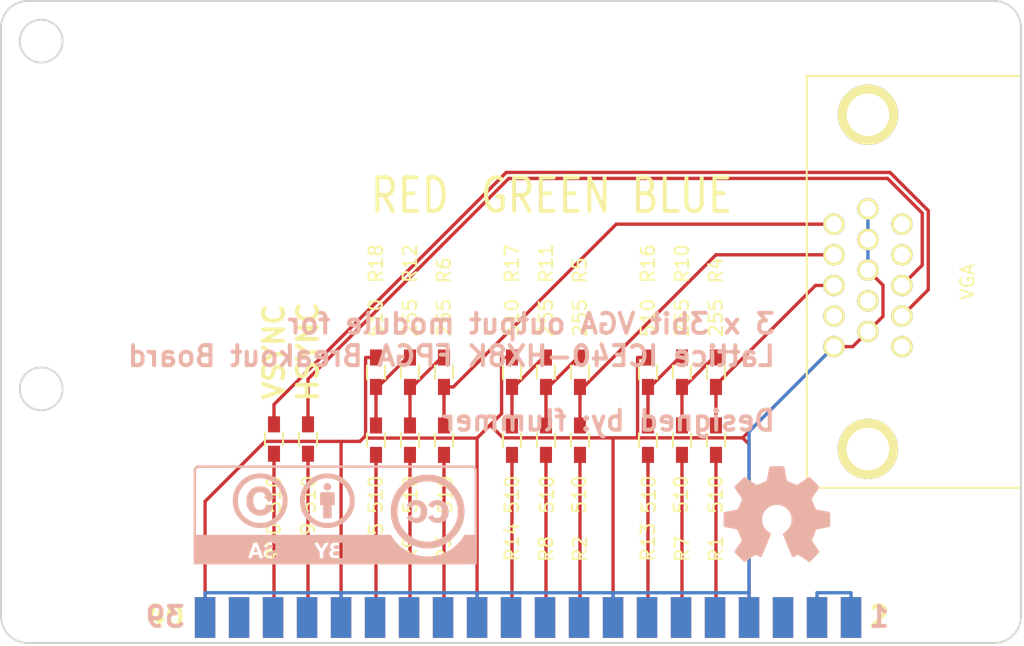
<source format=kicad_pcb>
(kicad_pcb (version 20171130) (host pcbnew "(5.1.12)-1")

  (general
    (thickness 1.6)
    (drawings 25)
    (tracks 127)
    (zones 0)
    (modules 24)
    (nets 47)
  )

  (page A4)
  (layers
    (0 F.Cu signal)
    (31 B.Cu signal)
    (32 B.Adhes user hide)
    (33 F.Adhes user hide)
    (34 B.Paste user hide)
    (35 F.Paste user hide)
    (36 B.SilkS user hide)
    (37 F.SilkS user hide)
    (38 B.Mask user hide)
    (39 F.Mask user hide)
    (40 Dwgs.User user hide)
    (41 Cmts.User user hide)
    (42 Eco1.User user hide)
    (43 Eco2.User user hide)
    (44 Edge.Cuts user)
    (45 Margin user hide)
    (46 B.CrtYd user hide)
    (47 F.CrtYd user hide)
    (48 B.Fab user hide)
    (49 F.Fab user hide)
  )

  (setup
    (last_trace_width 0.25)
    (trace_clearance 0.2)
    (zone_clearance 0.2032)
    (zone_45_only no)
    (trace_min 0.2)
    (via_size 0.6)
    (via_drill 0.4)
    (via_min_size 0.4)
    (via_min_drill 0.3)
    (uvia_size 0.3)
    (uvia_drill 0.1)
    (uvias_allowed no)
    (uvia_min_size 0.2)
    (uvia_min_drill 0.1)
    (edge_width 0.15)
    (segment_width 0.2)
    (pcb_text_width 0.3)
    (pcb_text_size 1.5 1.5)
    (mod_edge_width 0.15)
    (mod_text_size 1 1)
    (mod_text_width 0.15)
    (pad_size 1.524 1.524)
    (pad_drill 0.762)
    (pad_to_mask_clearance 0.2)
    (aux_axis_origin 0 0)
    (visible_elements 7FFFFFFF)
    (pcbplotparams
      (layerselection 0x00030_ffffffff)
      (usegerberextensions false)
      (usegerberattributes true)
      (usegerberadvancedattributes true)
      (creategerberjobfile true)
      (excludeedgelayer true)
      (linewidth 0.100000)
      (plotframeref false)
      (viasonmask false)
      (mode 1)
      (useauxorigin false)
      (hpglpennumber 1)
      (hpglpenspeed 20)
      (hpglpendiameter 15.000000)
      (psnegative false)
      (psa4output false)
      (plotreference true)
      (plotvalue true)
      (plotinvisibletext false)
      (padsonsilk false)
      (subtractmaskfromsilk false)
      (outputformat 1)
      (mirror false)
      (drillshape 1)
      (scaleselection 1)
      (outputdirectory ""))
  )

  (net 0 "")
  (net 1 "Net-(P1-Pad9)")
  (net 2 "Net-(P1-Pad4)")
  (net 3 "Net-(P1-Pad15)")
  (net 4 "Net-(P1-Pad11)")
  (net 5 "Net-(P1-Pad12)")
  (net 6 +1V2)
  (net 7 VCC)
  (net 8 "Net-(P2-Pad4)")
  (net 9 "Net-(P2-Pad5)")
  (net 10 "Net-(P2-Pad6)")
  (net 11 GND)
  (net 12 "Net-(P2-Pad9)")
  (net 13 "Net-(P2-Pad10)")
  (net 14 "Net-(P2-Pad11)")
  (net 15 "Net-(P2-Pad12)")
  (net 16 "Net-(P2-Pad13)")
  (net 17 "Net-(P2-Pad14)")
  (net 18 "Net-(P2-Pad17)")
  (net 19 "Net-(P2-Pad18)")
  (net 20 "Net-(P2-Pad19)")
  (net 21 "Net-(P2-Pad20)")
  (net 22 "Net-(P2-Pad21)")
  (net 23 "Net-(P2-Pad22)")
  (net 24 "Net-(P2-Pad25)")
  (net 25 "Net-(P2-Pad26)")
  (net 26 "Net-(P2-Pad27)")
  (net 27 "Net-(P2-Pad28)")
  (net 28 "Net-(P2-Pad29)")
  (net 29 "Net-(P2-Pad30)")
  (net 30 "Net-(P2-Pad33)")
  (net 31 "Net-(P2-Pad34)")
  (net 32 "Net-(P2-Pad35)")
  (net 33 "Net-(P2-Pad36)")
  (net 34 "Net-(P2-Pad37)")
  (net 35 "Net-(P2-Pad38)")
  (net 36 RED)
  (net 37 GREEN)
  (net 38 BLUE)
  (net 39 HSYNC)
  (net 40 VSYNC)
  (net 41 "Net-(R10-Pad1)")
  (net 42 "Net-(R11-Pad1)")
  (net 43 "Net-(R12-Pad1)")
  (net 44 "Net-(R10-Pad2)")
  (net 45 "Net-(R11-Pad2)")
  (net 46 "Net-(R12-Pad2)")

  (net_class Default "This is the default net class."
    (clearance 0.2)
    (trace_width 0.25)
    (via_dia 0.6)
    (via_drill 0.4)
    (uvia_dia 0.3)
    (uvia_drill 0.1)
    (add_net +1V2)
    (add_net BLUE)
    (add_net GND)
    (add_net GREEN)
    (add_net HSYNC)
    (add_net "Net-(P1-Pad11)")
    (add_net "Net-(P1-Pad12)")
    (add_net "Net-(P1-Pad15)")
    (add_net "Net-(P1-Pad4)")
    (add_net "Net-(P1-Pad9)")
    (add_net "Net-(P2-Pad10)")
    (add_net "Net-(P2-Pad11)")
    (add_net "Net-(P2-Pad12)")
    (add_net "Net-(P2-Pad13)")
    (add_net "Net-(P2-Pad14)")
    (add_net "Net-(P2-Pad17)")
    (add_net "Net-(P2-Pad18)")
    (add_net "Net-(P2-Pad19)")
    (add_net "Net-(P2-Pad20)")
    (add_net "Net-(P2-Pad21)")
    (add_net "Net-(P2-Pad22)")
    (add_net "Net-(P2-Pad25)")
    (add_net "Net-(P2-Pad26)")
    (add_net "Net-(P2-Pad27)")
    (add_net "Net-(P2-Pad28)")
    (add_net "Net-(P2-Pad29)")
    (add_net "Net-(P2-Pad30)")
    (add_net "Net-(P2-Pad33)")
    (add_net "Net-(P2-Pad34)")
    (add_net "Net-(P2-Pad35)")
    (add_net "Net-(P2-Pad36)")
    (add_net "Net-(P2-Pad37)")
    (add_net "Net-(P2-Pad38)")
    (add_net "Net-(P2-Pad4)")
    (add_net "Net-(P2-Pad5)")
    (add_net "Net-(P2-Pad6)")
    (add_net "Net-(P2-Pad9)")
    (add_net "Net-(R10-Pad1)")
    (add_net "Net-(R10-Pad2)")
    (add_net "Net-(R11-Pad1)")
    (add_net "Net-(R11-Pad2)")
    (add_net "Net-(R12-Pad1)")
    (add_net "Net-(R12-Pad2)")
    (add_net RED)
    (add_net VCC)
    (add_net VSYNC)
  )

  (module Connectors:20x2_EdgePinHeaders (layer F.Cu) (tedit 57A12365) (tstamp 57A0E5CE)
    (at 139.377 100)
    (path /579F9666)
    (fp_text reference P2 (at -24.061 -5.08) (layer F.SilkS) hide
      (effects (font (size 1 1) (thickness 0.15)))
    )
    (fp_text value CONN_02X20 (at 16.51 -5.08) (layer F.Fab) hide
      (effects (font (size 1 1) (thickness 0.15)))
    )
    (pad 22 smd rect (at -1.27 -1.905) (size 1.524 3.048) (layers F.Cu F.Paste F.Mask)
      (net 23 "Net-(P2-Pad22)"))
    (pad 20 smd rect (at 1.27 -1.905) (size 1.524 3.048) (layers F.Cu F.Paste F.Mask)
      (net 21 "Net-(P2-Pad20)"))
    (pad 24 smd rect (at -3.81 -1.905) (size 1.524 3.048) (layers F.Cu F.Paste F.Mask)
      (net 11 GND))
    (pad 26 smd rect (at -6.35 -1.905) (size 1.524 3.048) (layers F.Cu F.Paste F.Mask)
      (net 25 "Net-(P2-Pad26)"))
    (pad 28 smd rect (at -8.89 -1.905) (size 1.524 3.048) (layers F.Cu F.Paste F.Mask)
      (net 27 "Net-(P2-Pad28)"))
    (pad 30 smd rect (at -11.43 -1.905) (size 1.524 3.048) (layers F.Cu F.Paste F.Mask)
      (net 29 "Net-(P2-Pad30)"))
    (pad 32 smd rect (at -13.97 -1.905) (size 1.524 3.048) (layers F.Cu F.Paste F.Mask)
      (net 11 GND))
    (pad 34 smd rect (at -16.51 -1.905) (size 1.524 3.048) (layers F.Cu F.Paste F.Mask)
      (net 31 "Net-(P2-Pad34)"))
    (pad 36 smd rect (at -19.05 -1.905) (size 1.524 3.048) (layers F.Cu F.Paste F.Mask)
      (net 33 "Net-(P2-Pad36)"))
    (pad 38 smd rect (at -21.59 -1.905) (size 1.524 3.048) (layers F.Cu F.Paste F.Mask)
      (net 35 "Net-(P2-Pad38)"))
    (pad 40 smd rect (at -24.13 -1.905) (size 1.524 3.048) (layers F.Cu F.Paste F.Mask)
      (net 11 GND))
    (pad 18 smd rect (at 3.81 -1.905) (size 1.524 3.048) (layers F.Cu F.Paste F.Mask)
      (net 19 "Net-(P2-Pad18)"))
    (pad 16 smd rect (at 6.35 -1.905) (size 1.524 3.048) (layers F.Cu F.Paste F.Mask)
      (net 11 GND))
    (pad 14 smd rect (at 8.89 -1.905) (size 1.524 3.048) (layers F.Cu F.Paste F.Mask)
      (net 17 "Net-(P2-Pad14)"))
    (pad 12 smd rect (at 11.43 -1.905) (size 1.524 3.048) (layers F.Cu F.Paste F.Mask)
      (net 15 "Net-(P2-Pad12)"))
    (pad 10 smd rect (at 13.97 -1.905) (size 1.524 3.048) (layers F.Cu F.Paste F.Mask)
      (net 13 "Net-(P2-Pad10)"))
    (pad 8 smd rect (at 16.51 -1.905) (size 1.524 3.048) (layers F.Cu F.Paste F.Mask)
      (net 11 GND))
    (pad 6 smd rect (at 19.05 -1.905) (size 1.524 3.048) (layers F.Cu F.Paste F.Mask)
      (net 10 "Net-(P2-Pad6)"))
    (pad 4 smd rect (at 21.59 -1.905) (size 1.524 3.048) (layers F.Cu F.Paste F.Mask)
      (net 8 "Net-(P2-Pad4)"))
    (pad 2 smd rect (at 24.13 -1.905) (size 1.524 3.048) (layers F.Cu F.Paste F.Mask)
      (net 7 VCC))
    (pad 19 smd rect (at 1.27 -1.905) (size 1.524 3.048) (layers B.Cu B.Paste B.Mask)
      (net 20 "Net-(P2-Pad19)"))
    (pad 17 smd rect (at 3.81 -1.905) (size 1.524 3.048) (layers B.Cu B.Paste B.Mask)
      (net 18 "Net-(P2-Pad17)"))
    (pad 21 smd rect (at -1.27 -1.905) (size 1.524 3.048) (layers B.Cu B.Paste B.Mask)
      (net 22 "Net-(P2-Pad21)"))
    (pad 23 smd rect (at -3.81 -1.905) (size 1.524 3.048) (layers B.Cu B.Paste B.Mask)
      (net 11 GND))
    (pad 25 smd rect (at -6.35 -1.905) (size 1.524 3.048) (layers B.Cu B.Paste B.Mask)
      (net 24 "Net-(P2-Pad25)"))
    (pad 27 smd rect (at -8.89 -1.905) (size 1.524 3.048) (layers B.Cu B.Paste B.Mask)
      (net 26 "Net-(P2-Pad27)"))
    (pad 35 smd rect (at -19.05 -1.905) (size 1.524 3.048) (layers B.Cu B.Paste B.Mask)
      (net 32 "Net-(P2-Pad35)"))
    (pad 37 smd rect (at -21.59 -1.905) (size 1.524 3.048) (layers B.Cu B.Paste B.Mask)
      (net 34 "Net-(P2-Pad37)"))
    (pad 29 smd rect (at -11.43 -1.905) (size 1.524 3.048) (layers B.Cu B.Paste B.Mask)
      (net 28 "Net-(P2-Pad29)"))
    (pad 31 smd rect (at -13.97 -1.905) (size 1.524 3.048) (layers B.Cu B.Paste B.Mask)
      (net 11 GND))
    (pad 33 smd rect (at -16.51 -1.905) (size 1.524 3.048) (layers B.Cu B.Paste B.Mask)
      (net 30 "Net-(P2-Pad33)"))
    (pad 39 smd rect (at -24.13 -1.905) (size 1.524 3.048) (layers B.Cu B.Paste B.Mask)
      (net 11 GND))
    (pad 15 smd rect (at 6.35 -1.905) (size 1.524 3.048) (layers B.Cu B.Paste B.Mask)
      (net 11 GND))
    (pad 13 smd rect (at 8.89 -1.905) (size 1.524 3.048) (layers B.Cu B.Paste B.Mask)
      (net 16 "Net-(P2-Pad13)"))
    (pad 11 smd rect (at 11.43 -1.905) (size 1.524 3.048) (layers B.Cu B.Paste B.Mask)
      (net 14 "Net-(P2-Pad11)"))
    (pad 9 smd rect (at 13.97 -1.905) (size 1.524 3.048) (layers B.Cu B.Paste B.Mask)
      (net 12 "Net-(P2-Pad9)"))
    (pad 7 smd rect (at 16.51 -1.905) (size 1.524 3.048) (layers B.Cu B.Paste B.Mask)
      (net 11 GND))
    (pad 5 smd rect (at 19.05 -1.905) (size 1.524 3.048) (layers B.Cu B.Paste B.Mask)
      (net 9 "Net-(P2-Pad5)"))
    (pad 3 smd rect (at 21.59 -1.905) (size 1.524 3.048) (layers B.Cu B.Paste B.Mask)
      (net 6 +1V2))
    (pad 1 smd rect (at 24.13 -1.905) (size 1.524 3.048) (layers B.Cu B.Paste B.Mask)
      (net 6 +1V2))
    (model ${KISYS3DMOD}/Pin_Headers.3dshapes/Pin_Header_Straight_2x20.wrl
      (offset (xyz 0 0.5079999923706054 -0.8889999866485596))
      (scale (xyz 1 1 1))
      (rotate (xyz -90 0 0))
    )
  )

  (module Connectors:VGA_Connector (layer F.Cu) (tedit 57A12358) (tstamp 579FAA8F)
    (at 176.2 73)
    (path /579F9FD1)
    (fp_text reference P1 (at -3.302 0 90) (layer F.SilkS) hide
      (effects (font (size 1 1) (thickness 0.15)))
    )
    (fp_text value VGA (at -3.988 0 90) (layer F.SilkS)
      (effects (font (size 1 1) (thickness 0.15)))
    )
    (fp_line (start 0 -15.4) (end -16 -15.4) (layer F.SilkS) (width 0.15))
    (fp_line (start -16 -15.4) (end -16 15.4) (layer F.SilkS) (width 0.15))
    (fp_line (start -16 15.4) (end 0 15.4) (layer F.SilkS) (width 0.15))
    (pad "" thru_hole circle (at -11.43 -12.495) (size 4.5 4.5) (drill 3.18) (layers *.Cu *.Mask F.SilkS))
    (pad "" thru_hole circle (at -11.43 12.495) (size 4.5 4.5) (drill 3.18) (layers *.Cu *.Mask F.SilkS))
    (pad 6 thru_hole circle (at -11.43 -5.455) (size 1.6 1.6) (drill 1.19) (layers *.Cu *.Mask F.SilkS)
      (net 11 GND))
    (pad 7 thru_hole circle (at -11.43 -3.165) (size 1.6 1.6) (drill 1.19) (layers *.Cu *.Mask F.SilkS)
      (net 11 GND))
    (pad 8 thru_hole circle (at -11.43 -0.875) (size 1.6 1.6) (drill 1.19) (layers *.Cu *.Mask F.SilkS)
      (net 11 GND))
    (pad 9 thru_hole circle (at -11.43 1.415) (size 1.6 1.6) (drill 1.19) (layers *.Cu *.Mask F.SilkS)
      (net 1 "Net-(P1-Pad9)"))
    (pad 10 thru_hole circle (at -11.43 3.705) (size 1.6 1.6) (drill 1.19) (layers *.Cu *.Mask F.SilkS)
      (net 11 GND))
    (pad 1 thru_hole circle (at -13.97 -4.315) (size 1.6 1.6) (drill 1.19) (layers *.Cu *.Mask F.SilkS)
      (net 36 RED))
    (pad 2 thru_hole circle (at -13.97 -2.025) (size 1.6 1.6) (drill 1.19) (layers *.Cu *.Mask F.SilkS)
      (net 37 GREEN))
    (pad 3 thru_hole circle (at -13.97 0.265) (size 1.6 1.6) (drill 1.19) (layers *.Cu *.Mask F.SilkS)
      (net 38 BLUE))
    (pad 4 thru_hole circle (at -13.97 2.555) (size 1.6 1.6) (drill 1.19) (layers *.Cu *.Mask F.SilkS)
      (net 2 "Net-(P1-Pad4)"))
    (pad 5 thru_hole circle (at -13.97 4.845) (size 1.6 1.6) (drill 1.19) (layers *.Cu *.Mask F.SilkS)
      (net 11 GND))
    (pad 13 thru_hole circle (at -8.89 0.265) (size 1.6 1.6) (drill 1.19) (layers *.Cu *.Mask F.SilkS)
      (net 39 HSYNC))
    (pad 14 thru_hole circle (at -8.89 2.555) (size 1.6 1.6) (drill 1.19) (layers *.Cu *.Mask F.SilkS)
      (net 40 VSYNC))
    (pad 15 thru_hole circle (at -8.89 4.845) (size 1.6 1.6) (drill 1.19) (layers *.Cu *.Mask F.SilkS)
      (net 3 "Net-(P1-Pad15)"))
    (pad 11 thru_hole circle (at -8.89 -4.315) (size 1.6 1.6) (drill 1.19) (layers *.Cu *.Mask F.SilkS)
      (net 4 "Net-(P1-Pad11)"))
    (pad 12 thru_hole circle (at -8.89 -2.025) (size 1.6 1.6) (drill 1.19) (layers *.Cu *.Mask F.SilkS)
      (net 5 "Net-(P1-Pad12)"))
    (model Connectors.3dshapes/VGA-PORT-v1.wrl
      (offset (xyz 0 0 6.349999904632568))
      (scale (xyz 0.3937 0.3937 0.3937))
      (rotate (xyz -90 0 90))
    )
  )

  (module Resistors_SMD:R_0603_HandSoldering (layer F.Cu) (tedit 57A11079) (tstamp 57A108DB)
    (at 153.416 84.836 270)
    (descr "Resistor SMD 0603, hand soldering")
    (tags "resistor 0603")
    (path /57A10D66)
    (attr smd)
    (fp_text reference R1 (at 8.128 0 270) (layer F.SilkS)
      (effects (font (size 1 1) (thickness 0.15)))
    )
    (fp_text value 510 (at 4.064 0.016 270) (layer F.SilkS)
      (effects (font (size 1 1) (thickness 0.15)))
    )
    (fp_line (start -0.5 -0.675) (end 0.5 -0.675) (layer F.SilkS) (width 0.15))
    (fp_line (start 0.5 0.675) (end -0.5 0.675) (layer F.SilkS) (width 0.15))
    (fp_line (start 2 -0.8) (end 2 0.8) (layer F.CrtYd) (width 0.05))
    (fp_line (start -2 -0.8) (end -2 0.8) (layer F.CrtYd) (width 0.05))
    (fp_line (start -2 0.8) (end 2 0.8) (layer F.CrtYd) (width 0.05))
    (fp_line (start -2 -0.8) (end 2 -0.8) (layer F.CrtYd) (width 0.05))
    (pad 1 smd rect (at -1.1 0 270) (size 1.2 0.9) (layers F.Cu F.Paste F.Mask)
      (net 38 BLUE))
    (pad 2 smd rect (at 1.1 0 270) (size 1.2 0.9) (layers F.Cu F.Paste F.Mask)
      (net 13 "Net-(P2-Pad10)"))
    (model Resistors_SMD.3dshapes/R_0603_HandSoldering.wrl
      (at (xyz 0 0 0))
      (scale (xyz 1 1 1))
      (rotate (xyz 0 0 0))
    )
  )

  (module Resistors_SMD:R_0603_HandSoldering (layer F.Cu) (tedit 57A111BE) (tstamp 57A108E1)
    (at 143.256 84.836 270)
    (descr "Resistor SMD 0603, hand soldering")
    (tags "resistor 0603")
    (path /57A11232)
    (attr smd)
    (fp_text reference R2 (at 8.128 0 270) (layer F.SilkS)
      (effects (font (size 1 1) (thickness 0.15)))
    )
    (fp_text value 510 (at 4.064 0.056 270) (layer F.SilkS)
      (effects (font (size 1 1) (thickness 0.15)))
    )
    (fp_line (start -0.5 -0.675) (end 0.5 -0.675) (layer F.SilkS) (width 0.15))
    (fp_line (start 0.5 0.675) (end -0.5 0.675) (layer F.SilkS) (width 0.15))
    (fp_line (start 2 -0.8) (end 2 0.8) (layer F.CrtYd) (width 0.05))
    (fp_line (start -2 -0.8) (end -2 0.8) (layer F.CrtYd) (width 0.05))
    (fp_line (start -2 0.8) (end 2 0.8) (layer F.CrtYd) (width 0.05))
    (fp_line (start -2 -0.8) (end 2 -0.8) (layer F.CrtYd) (width 0.05))
    (pad 1 smd rect (at -1.1 0 270) (size 1.2 0.9) (layers F.Cu F.Paste F.Mask)
      (net 37 GREEN))
    (pad 2 smd rect (at 1.1 0 270) (size 1.2 0.9) (layers F.Cu F.Paste F.Mask)
      (net 19 "Net-(P2-Pad18)"))
    (model Resistors_SMD.3dshapes/R_0603_HandSoldering.wrl
      (at (xyz 0 0 0))
      (scale (xyz 1 1 1))
      (rotate (xyz 0 0 0))
    )
  )

  (module Resistors_SMD:R_0603_HandSoldering (layer F.Cu) (tedit 57A111E8) (tstamp 57A108E7)
    (at 133.096 84.836 270)
    (descr "Resistor SMD 0603, hand soldering")
    (tags "resistor 0603")
    (path /57A1133D)
    (attr smd)
    (fp_text reference R3 (at 8.128 0 270) (layer F.SilkS)
      (effects (font (size 1 1) (thickness 0.15)))
    )
    (fp_text value 510 (at 4.064 -0.104 270) (layer F.SilkS)
      (effects (font (size 1 1) (thickness 0.15)))
    )
    (fp_line (start -0.5 -0.675) (end 0.5 -0.675) (layer F.SilkS) (width 0.15))
    (fp_line (start 0.5 0.675) (end -0.5 0.675) (layer F.SilkS) (width 0.15))
    (fp_line (start 2 -0.8) (end 2 0.8) (layer F.CrtYd) (width 0.05))
    (fp_line (start -2 -0.8) (end -2 0.8) (layer F.CrtYd) (width 0.05))
    (fp_line (start -2 0.8) (end 2 0.8) (layer F.CrtYd) (width 0.05))
    (fp_line (start -2 -0.8) (end 2 -0.8) (layer F.CrtYd) (width 0.05))
    (pad 1 smd rect (at -1.1 0 270) (size 1.2 0.9) (layers F.Cu F.Paste F.Mask)
      (net 36 RED))
    (pad 2 smd rect (at 1.1 0 270) (size 1.2 0.9) (layers F.Cu F.Paste F.Mask)
      (net 25 "Net-(P2-Pad26)"))
    (model Resistors_SMD.3dshapes/R_0603_HandSoldering.wrl
      (at (xyz 0 0 0))
      (scale (xyz 1 1 1))
      (rotate (xyz 0 0 0))
    )
  )

  (module Resistors_SMD:R_0603_HandSoldering (layer F.Cu) (tedit 57A11235) (tstamp 57A108ED)
    (at 153.416 79.756 90)
    (descr "Resistor SMD 0603, hand soldering")
    (tags "resistor 0603")
    (path /57A10D78)
    (attr smd)
    (fp_text reference R4 (at 7.62 0 90) (layer F.SilkS)
      (effects (font (size 1 1) (thickness 0.15)))
    )
    (fp_text value 255 (at 4.064 0 90) (layer F.SilkS)
      (effects (font (size 1 1) (thickness 0.15)))
    )
    (fp_line (start -0.5 -0.675) (end 0.5 -0.675) (layer F.SilkS) (width 0.15))
    (fp_line (start 0.5 0.675) (end -0.5 0.675) (layer F.SilkS) (width 0.15))
    (fp_line (start 2 -0.8) (end 2 0.8) (layer F.CrtYd) (width 0.05))
    (fp_line (start -2 -0.8) (end -2 0.8) (layer F.CrtYd) (width 0.05))
    (fp_line (start -2 0.8) (end 2 0.8) (layer F.CrtYd) (width 0.05))
    (fp_line (start -2 -0.8) (end 2 -0.8) (layer F.CrtYd) (width 0.05))
    (pad 1 smd rect (at -1.1 0 90) (size 1.2 0.9) (layers F.Cu F.Paste F.Mask)
      (net 38 BLUE))
    (pad 2 smd rect (at 1.1 0 90) (size 1.2 0.9) (layers F.Cu F.Paste F.Mask)
      (net 41 "Net-(R10-Pad1)"))
    (model Resistors_SMD.3dshapes/R_0603_HandSoldering.wrl
      (at (xyz 0 0 0))
      (scale (xyz 1 1 1))
      (rotate (xyz 0 0 0))
    )
  )

  (module Resistors_SMD:R_0603_HandSoldering (layer F.Cu) (tedit 57A11240) (tstamp 57A108F3)
    (at 143.256 79.756 90)
    (descr "Resistor SMD 0603, hand soldering")
    (tags "resistor 0603")
    (path /57A11244)
    (attr smd)
    (fp_text reference R5 (at 7.62 0 90) (layer F.SilkS)
      (effects (font (size 1 1) (thickness 0.15)))
    )
    (fp_text value 255 (at 4.064 0 90) (layer F.SilkS)
      (effects (font (size 1 1) (thickness 0.15)))
    )
    (fp_line (start -0.5 -0.675) (end 0.5 -0.675) (layer F.SilkS) (width 0.15))
    (fp_line (start 0.5 0.675) (end -0.5 0.675) (layer F.SilkS) (width 0.15))
    (fp_line (start 2 -0.8) (end 2 0.8) (layer F.CrtYd) (width 0.05))
    (fp_line (start -2 -0.8) (end -2 0.8) (layer F.CrtYd) (width 0.05))
    (fp_line (start -2 0.8) (end 2 0.8) (layer F.CrtYd) (width 0.05))
    (fp_line (start -2 -0.8) (end 2 -0.8) (layer F.CrtYd) (width 0.05))
    (pad 1 smd rect (at -1.1 0 90) (size 1.2 0.9) (layers F.Cu F.Paste F.Mask)
      (net 37 GREEN))
    (pad 2 smd rect (at 1.1 0 90) (size 1.2 0.9) (layers F.Cu F.Paste F.Mask)
      (net 42 "Net-(R11-Pad1)"))
    (model Resistors_SMD.3dshapes/R_0603_HandSoldering.wrl
      (at (xyz 0 0 0))
      (scale (xyz 1 1 1))
      (rotate (xyz 0 0 0))
    )
  )

  (module Resistors_SMD:R_0603_HandSoldering (layer F.Cu) (tedit 57A1124F) (tstamp 57A108F9)
    (at 133.096 79.756 90)
    (descr "Resistor SMD 0603, hand soldering")
    (tags "resistor 0603")
    (path /57A1134F)
    (attr smd)
    (fp_text reference R6 (at 7.62 0 90) (layer F.SilkS)
      (effects (font (size 1 1) (thickness 0.15)))
    )
    (fp_text value 255 (at 4.064 0 90) (layer F.SilkS)
      (effects (font (size 1 1) (thickness 0.15)))
    )
    (fp_line (start -0.5 -0.675) (end 0.5 -0.675) (layer F.SilkS) (width 0.15))
    (fp_line (start 0.5 0.675) (end -0.5 0.675) (layer F.SilkS) (width 0.15))
    (fp_line (start 2 -0.8) (end 2 0.8) (layer F.CrtYd) (width 0.05))
    (fp_line (start -2 -0.8) (end -2 0.8) (layer F.CrtYd) (width 0.05))
    (fp_line (start -2 0.8) (end 2 0.8) (layer F.CrtYd) (width 0.05))
    (fp_line (start -2 -0.8) (end 2 -0.8) (layer F.CrtYd) (width 0.05))
    (pad 1 smd rect (at -1.1 0 90) (size 1.2 0.9) (layers F.Cu F.Paste F.Mask)
      (net 36 RED))
    (pad 2 smd rect (at 1.1 0 90) (size 1.2 0.9) (layers F.Cu F.Paste F.Mask)
      (net 43 "Net-(R12-Pad1)"))
    (model Resistors_SMD.3dshapes/R_0603_HandSoldering.wrl
      (at (xyz 0 0 0))
      (scale (xyz 1 1 1))
      (rotate (xyz 0 0 0))
    )
  )

  (module Resistors_SMD:R_0603_HandSoldering (layer F.Cu) (tedit 57A11187) (tstamp 57A108FF)
    (at 150.876 84.836 270)
    (descr "Resistor SMD 0603, hand soldering")
    (tags "resistor 0603")
    (path /57A10D6C)
    (attr smd)
    (fp_text reference R7 (at 8.128 0 270) (layer F.SilkS)
      (effects (font (size 1 1) (thickness 0.15)))
    )
    (fp_text value 510 (at 4.064 0.076 270) (layer F.SilkS)
      (effects (font (size 1 1) (thickness 0.15)))
    )
    (fp_line (start -0.5 -0.675) (end 0.5 -0.675) (layer F.SilkS) (width 0.15))
    (fp_line (start 0.5 0.675) (end -0.5 0.675) (layer F.SilkS) (width 0.15))
    (fp_line (start 2 -0.8) (end 2 0.8) (layer F.CrtYd) (width 0.05))
    (fp_line (start -2 -0.8) (end -2 0.8) (layer F.CrtYd) (width 0.05))
    (fp_line (start -2 0.8) (end 2 0.8) (layer F.CrtYd) (width 0.05))
    (fp_line (start -2 -0.8) (end 2 -0.8) (layer F.CrtYd) (width 0.05))
    (pad 1 smd rect (at -1.1 0 270) (size 1.2 0.9) (layers F.Cu F.Paste F.Mask)
      (net 41 "Net-(R10-Pad1)"))
    (pad 2 smd rect (at 1.1 0 270) (size 1.2 0.9) (layers F.Cu F.Paste F.Mask)
      (net 15 "Net-(P2-Pad12)"))
    (model Resistors_SMD.3dshapes/R_0603_HandSoldering.wrl
      (at (xyz 0 0 0))
      (scale (xyz 1 1 1))
      (rotate (xyz 0 0 0))
    )
  )

  (module Resistors_SMD:R_0603_HandSoldering (layer F.Cu) (tedit 57A111C4) (tstamp 57A10905)
    (at 140.716 84.836 270)
    (descr "Resistor SMD 0603, hand soldering")
    (tags "resistor 0603")
    (path /57A11238)
    (attr smd)
    (fp_text reference R8 (at 8.128 0 270) (layer F.SilkS)
      (effects (font (size 1 1) (thickness 0.15)))
    )
    (fp_text value 510 (at 4.064 -0.084 270) (layer F.SilkS)
      (effects (font (size 1 1) (thickness 0.15)))
    )
    (fp_line (start -0.5 -0.675) (end 0.5 -0.675) (layer F.SilkS) (width 0.15))
    (fp_line (start 0.5 0.675) (end -0.5 0.675) (layer F.SilkS) (width 0.15))
    (fp_line (start 2 -0.8) (end 2 0.8) (layer F.CrtYd) (width 0.05))
    (fp_line (start -2 -0.8) (end -2 0.8) (layer F.CrtYd) (width 0.05))
    (fp_line (start -2 0.8) (end 2 0.8) (layer F.CrtYd) (width 0.05))
    (fp_line (start -2 -0.8) (end 2 -0.8) (layer F.CrtYd) (width 0.05))
    (pad 1 smd rect (at -1.1 0 270) (size 1.2 0.9) (layers F.Cu F.Paste F.Mask)
      (net 42 "Net-(R11-Pad1)"))
    (pad 2 smd rect (at 1.1 0 270) (size 1.2 0.9) (layers F.Cu F.Paste F.Mask)
      (net 21 "Net-(P2-Pad20)"))
    (model Resistors_SMD.3dshapes/R_0603_HandSoldering.wrl
      (at (xyz 0 0 0))
      (scale (xyz 1 1 1))
      (rotate (xyz 0 0 0))
    )
  )

  (module Resistors_SMD:R_0603_HandSoldering (layer F.Cu) (tedit 57A11221) (tstamp 57A1090B)
    (at 130.556 84.836 270)
    (descr "Resistor SMD 0603, hand soldering")
    (tags "resistor 0603")
    (path /57A11343)
    (attr smd)
    (fp_text reference R9 (at 8.128 0 270) (layer F.SilkS)
      (effects (font (size 1 1) (thickness 0.15)))
    )
    (fp_text value 510 (at 4.064 -0.044 270) (layer F.SilkS)
      (effects (font (size 1 1) (thickness 0.15)))
    )
    (fp_line (start -0.5 -0.675) (end 0.5 -0.675) (layer F.SilkS) (width 0.15))
    (fp_line (start 0.5 0.675) (end -0.5 0.675) (layer F.SilkS) (width 0.15))
    (fp_line (start 2 -0.8) (end 2 0.8) (layer F.CrtYd) (width 0.05))
    (fp_line (start -2 -0.8) (end -2 0.8) (layer F.CrtYd) (width 0.05))
    (fp_line (start -2 0.8) (end 2 0.8) (layer F.CrtYd) (width 0.05))
    (fp_line (start -2 -0.8) (end 2 -0.8) (layer F.CrtYd) (width 0.05))
    (pad 1 smd rect (at -1.1 0 270) (size 1.2 0.9) (layers F.Cu F.Paste F.Mask)
      (net 43 "Net-(R12-Pad1)"))
    (pad 2 smd rect (at 1.1 0 270) (size 1.2 0.9) (layers F.Cu F.Paste F.Mask)
      (net 27 "Net-(P2-Pad28)"))
    (model Resistors_SMD.3dshapes/R_0603_HandSoldering.wrl
      (at (xyz 0 0 0))
      (scale (xyz 1 1 1))
      (rotate (xyz 0 0 0))
    )
  )

  (module Resistors_SMD:R_0603_HandSoldering (layer F.Cu) (tedit 57A11238) (tstamp 57A10911)
    (at 150.876 79.756 90)
    (descr "Resistor SMD 0603, hand soldering")
    (tags "resistor 0603")
    (path /57A10D7E)
    (attr smd)
    (fp_text reference R10 (at 8.128 0 90) (layer F.SilkS)
      (effects (font (size 1 1) (thickness 0.15)))
    )
    (fp_text value 255 (at 4.064 0 90) (layer F.SilkS)
      (effects (font (size 1 1) (thickness 0.15)))
    )
    (fp_line (start -0.5 -0.675) (end 0.5 -0.675) (layer F.SilkS) (width 0.15))
    (fp_line (start 0.5 0.675) (end -0.5 0.675) (layer F.SilkS) (width 0.15))
    (fp_line (start 2 -0.8) (end 2 0.8) (layer F.CrtYd) (width 0.05))
    (fp_line (start -2 -0.8) (end -2 0.8) (layer F.CrtYd) (width 0.05))
    (fp_line (start -2 0.8) (end 2 0.8) (layer F.CrtYd) (width 0.05))
    (fp_line (start -2 -0.8) (end 2 -0.8) (layer F.CrtYd) (width 0.05))
    (pad 1 smd rect (at -1.1 0 90) (size 1.2 0.9) (layers F.Cu F.Paste F.Mask)
      (net 41 "Net-(R10-Pad1)"))
    (pad 2 smd rect (at 1.1 0 90) (size 1.2 0.9) (layers F.Cu F.Paste F.Mask)
      (net 44 "Net-(R10-Pad2)"))
    (model Resistors_SMD.3dshapes/R_0603_HandSoldering.wrl
      (at (xyz 0 0 0))
      (scale (xyz 1 1 1))
      (rotate (xyz 0 0 0))
    )
  )

  (module Resistors_SMD:R_0603_HandSoldering (layer F.Cu) (tedit 57A11244) (tstamp 57A10917)
    (at 140.716 79.756 90)
    (descr "Resistor SMD 0603, hand soldering")
    (tags "resistor 0603")
    (path /57A1124A)
    (attr smd)
    (fp_text reference R11 (at 8.128 0 90) (layer F.SilkS)
      (effects (font (size 1 1) (thickness 0.15)))
    )
    (fp_text value 255 (at 4.064 0 90) (layer F.SilkS)
      (effects (font (size 1 1) (thickness 0.15)))
    )
    (fp_line (start -0.5 -0.675) (end 0.5 -0.675) (layer F.SilkS) (width 0.15))
    (fp_line (start 0.5 0.675) (end -0.5 0.675) (layer F.SilkS) (width 0.15))
    (fp_line (start 2 -0.8) (end 2 0.8) (layer F.CrtYd) (width 0.05))
    (fp_line (start -2 -0.8) (end -2 0.8) (layer F.CrtYd) (width 0.05))
    (fp_line (start -2 0.8) (end 2 0.8) (layer F.CrtYd) (width 0.05))
    (fp_line (start -2 -0.8) (end 2 -0.8) (layer F.CrtYd) (width 0.05))
    (pad 1 smd rect (at -1.1 0 90) (size 1.2 0.9) (layers F.Cu F.Paste F.Mask)
      (net 42 "Net-(R11-Pad1)"))
    (pad 2 smd rect (at 1.1 0 90) (size 1.2 0.9) (layers F.Cu F.Paste F.Mask)
      (net 45 "Net-(R11-Pad2)"))
    (model Resistors_SMD.3dshapes/R_0603_HandSoldering.wrl
      (at (xyz 0 0 0))
      (scale (xyz 1 1 1))
      (rotate (xyz 0 0 0))
    )
  )

  (module Resistors_SMD:R_0603_HandSoldering (layer F.Cu) (tedit 57A11254) (tstamp 57A1091D)
    (at 130.556 79.756 90)
    (descr "Resistor SMD 0603, hand soldering")
    (tags "resistor 0603")
    (path /57A11355)
    (attr smd)
    (fp_text reference R12 (at 8.128 0 90) (layer F.SilkS)
      (effects (font (size 1 1) (thickness 0.15)))
    )
    (fp_text value 255 (at 4.064 0 90) (layer F.SilkS)
      (effects (font (size 1 1) (thickness 0.15)))
    )
    (fp_line (start -0.5 -0.675) (end 0.5 -0.675) (layer F.SilkS) (width 0.15))
    (fp_line (start 0.5 0.675) (end -0.5 0.675) (layer F.SilkS) (width 0.15))
    (fp_line (start 2 -0.8) (end 2 0.8) (layer F.CrtYd) (width 0.05))
    (fp_line (start -2 -0.8) (end -2 0.8) (layer F.CrtYd) (width 0.05))
    (fp_line (start -2 0.8) (end 2 0.8) (layer F.CrtYd) (width 0.05))
    (fp_line (start -2 -0.8) (end 2 -0.8) (layer F.CrtYd) (width 0.05))
    (pad 1 smd rect (at -1.1 0 90) (size 1.2 0.9) (layers F.Cu F.Paste F.Mask)
      (net 43 "Net-(R12-Pad1)"))
    (pad 2 smd rect (at 1.1 0 90) (size 1.2 0.9) (layers F.Cu F.Paste F.Mask)
      (net 46 "Net-(R12-Pad2)"))
    (model Resistors_SMD.3dshapes/R_0603_HandSoldering.wrl
      (at (xyz 0 0 0))
      (scale (xyz 1 1 1))
      (rotate (xyz 0 0 0))
    )
  )

  (module Resistors_SMD:R_0603_HandSoldering (layer F.Cu) (tedit 57A1118C) (tstamp 57A10923)
    (at 148.336 84.836 270)
    (descr "Resistor SMD 0603, hand soldering")
    (tags "resistor 0603")
    (path /57A10D72)
    (attr smd)
    (fp_text reference R13 (at 7.62 0 270) (layer F.SilkS)
      (effects (font (size 1 1) (thickness 0.15)))
    )
    (fp_text value 510 (at 4.064 -0.064 270) (layer F.SilkS)
      (effects (font (size 1 1) (thickness 0.15)))
    )
    (fp_line (start -0.5 -0.675) (end 0.5 -0.675) (layer F.SilkS) (width 0.15))
    (fp_line (start 0.5 0.675) (end -0.5 0.675) (layer F.SilkS) (width 0.15))
    (fp_line (start 2 -0.8) (end 2 0.8) (layer F.CrtYd) (width 0.05))
    (fp_line (start -2 -0.8) (end -2 0.8) (layer F.CrtYd) (width 0.05))
    (fp_line (start -2 0.8) (end 2 0.8) (layer F.CrtYd) (width 0.05))
    (fp_line (start -2 -0.8) (end 2 -0.8) (layer F.CrtYd) (width 0.05))
    (pad 1 smd rect (at -1.1 0 270) (size 1.2 0.9) (layers F.Cu F.Paste F.Mask)
      (net 44 "Net-(R10-Pad2)"))
    (pad 2 smd rect (at 1.1 0 270) (size 1.2 0.9) (layers F.Cu F.Paste F.Mask)
      (net 17 "Net-(P2-Pad14)"))
    (model Resistors_SMD.3dshapes/R_0603_HandSoldering.wrl
      (at (xyz 0 0 0))
      (scale (xyz 1 1 1))
      (rotate (xyz 0 0 0))
    )
  )

  (module Resistors_SMD:R_0603_HandSoldering (layer F.Cu) (tedit 57A111E3) (tstamp 57A10929)
    (at 138.176 84.836 270)
    (descr "Resistor SMD 0603, hand soldering")
    (tags "resistor 0603")
    (path /57A1123E)
    (attr smd)
    (fp_text reference R14 (at 7.62 0 270) (layer F.SilkS)
      (effects (font (size 1 1) (thickness 0.15)))
    )
    (fp_text value 510 (at 4.064 0 270) (layer F.SilkS)
      (effects (font (size 1 1) (thickness 0.15)))
    )
    (fp_line (start -0.5 -0.675) (end 0.5 -0.675) (layer F.SilkS) (width 0.15))
    (fp_line (start 0.5 0.675) (end -0.5 0.675) (layer F.SilkS) (width 0.15))
    (fp_line (start 2 -0.8) (end 2 0.8) (layer F.CrtYd) (width 0.05))
    (fp_line (start -2 -0.8) (end -2 0.8) (layer F.CrtYd) (width 0.05))
    (fp_line (start -2 0.8) (end 2 0.8) (layer F.CrtYd) (width 0.05))
    (fp_line (start -2 -0.8) (end 2 -0.8) (layer F.CrtYd) (width 0.05))
    (pad 1 smd rect (at -1.1 0 270) (size 1.2 0.9) (layers F.Cu F.Paste F.Mask)
      (net 45 "Net-(R11-Pad2)"))
    (pad 2 smd rect (at 1.1 0 270) (size 1.2 0.9) (layers F.Cu F.Paste F.Mask)
      (net 23 "Net-(P2-Pad22)"))
    (model Resistors_SMD.3dshapes/R_0603_HandSoldering.wrl
      (at (xyz 0 0 0))
      (scale (xyz 1 1 1))
      (rotate (xyz 0 0 0))
    )
  )

  (module Resistors_SMD:R_0603_HandSoldering (layer F.Cu) (tedit 57A11226) (tstamp 57A1092F)
    (at 128.016 84.836 270)
    (descr "Resistor SMD 0603, hand soldering")
    (tags "resistor 0603")
    (path /57A11349)
    (attr smd)
    (fp_text reference R15 (at 7.62 0 270) (layer F.SilkS)
      (effects (font (size 1 1) (thickness 0.15)))
    )
    (fp_text value 510 (at 4.064 0.016 270) (layer F.SilkS)
      (effects (font (size 1 1) (thickness 0.15)))
    )
    (fp_line (start -0.5 -0.675) (end 0.5 -0.675) (layer F.SilkS) (width 0.15))
    (fp_line (start 0.5 0.675) (end -0.5 0.675) (layer F.SilkS) (width 0.15))
    (fp_line (start 2 -0.8) (end 2 0.8) (layer F.CrtYd) (width 0.05))
    (fp_line (start -2 -0.8) (end -2 0.8) (layer F.CrtYd) (width 0.05))
    (fp_line (start -2 0.8) (end 2 0.8) (layer F.CrtYd) (width 0.05))
    (fp_line (start -2 -0.8) (end 2 -0.8) (layer F.CrtYd) (width 0.05))
    (pad 1 smd rect (at -1.1 0 270) (size 1.2 0.9) (layers F.Cu F.Paste F.Mask)
      (net 46 "Net-(R12-Pad2)"))
    (pad 2 smd rect (at 1.1 0 270) (size 1.2 0.9) (layers F.Cu F.Paste F.Mask)
      (net 29 "Net-(P2-Pad30)"))
    (model Resistors_SMD.3dshapes/R_0603_HandSoldering.wrl
      (at (xyz 0 0 0))
      (scale (xyz 1 1 1))
      (rotate (xyz 0 0 0))
    )
  )

  (module Resistors_SMD:R_0603_HandSoldering (layer F.Cu) (tedit 57A1123C) (tstamp 57A10935)
    (at 148.336 79.756 90)
    (descr "Resistor SMD 0603, hand soldering")
    (tags "resistor 0603")
    (path /57A10D84)
    (attr smd)
    (fp_text reference R16 (at 8.128 0 90) (layer F.SilkS)
      (effects (font (size 1 1) (thickness 0.15)))
    )
    (fp_text value 510 (at 4.064 0 90) (layer F.SilkS)
      (effects (font (size 1 1) (thickness 0.15)))
    )
    (fp_line (start -0.5 -0.675) (end 0.5 -0.675) (layer F.SilkS) (width 0.15))
    (fp_line (start 0.5 0.675) (end -0.5 0.675) (layer F.SilkS) (width 0.15))
    (fp_line (start 2 -0.8) (end 2 0.8) (layer F.CrtYd) (width 0.05))
    (fp_line (start -2 -0.8) (end -2 0.8) (layer F.CrtYd) (width 0.05))
    (fp_line (start -2 0.8) (end 2 0.8) (layer F.CrtYd) (width 0.05))
    (fp_line (start -2 -0.8) (end 2 -0.8) (layer F.CrtYd) (width 0.05))
    (pad 1 smd rect (at -1.1 0 90) (size 1.2 0.9) (layers F.Cu F.Paste F.Mask)
      (net 44 "Net-(R10-Pad2)"))
    (pad 2 smd rect (at 1.1 0 90) (size 1.2 0.9) (layers F.Cu F.Paste F.Mask)
      (net 11 GND))
    (model Resistors_SMD.3dshapes/R_0603_HandSoldering.wrl
      (at (xyz 0 0 0))
      (scale (xyz 1 1 1))
      (rotate (xyz 0 0 0))
    )
  )

  (module Resistors_SMD:R_0603_HandSoldering (layer F.Cu) (tedit 57A1124A) (tstamp 57A1093B)
    (at 138.176 79.756 90)
    (descr "Resistor SMD 0603, hand soldering")
    (tags "resistor 0603")
    (path /57A11250)
    (attr smd)
    (fp_text reference R17 (at 8.128 0 90) (layer F.SilkS)
      (effects (font (size 1 1) (thickness 0.15)))
    )
    (fp_text value 510 (at 4.064 0 90) (layer F.SilkS)
      (effects (font (size 1 1) (thickness 0.15)))
    )
    (fp_line (start -0.5 -0.675) (end 0.5 -0.675) (layer F.SilkS) (width 0.15))
    (fp_line (start 0.5 0.675) (end -0.5 0.675) (layer F.SilkS) (width 0.15))
    (fp_line (start 2 -0.8) (end 2 0.8) (layer F.CrtYd) (width 0.05))
    (fp_line (start -2 -0.8) (end -2 0.8) (layer F.CrtYd) (width 0.05))
    (fp_line (start -2 0.8) (end 2 0.8) (layer F.CrtYd) (width 0.05))
    (fp_line (start -2 -0.8) (end 2 -0.8) (layer F.CrtYd) (width 0.05))
    (pad 1 smd rect (at -1.1 0 90) (size 1.2 0.9) (layers F.Cu F.Paste F.Mask)
      (net 45 "Net-(R11-Pad2)"))
    (pad 2 smd rect (at 1.1 0 90) (size 1.2 0.9) (layers F.Cu F.Paste F.Mask)
      (net 11 GND))
    (model Resistors_SMD.3dshapes/R_0603_HandSoldering.wrl
      (at (xyz 0 0 0))
      (scale (xyz 1 1 1))
      (rotate (xyz 0 0 0))
    )
  )

  (module Resistors_SMD:R_0603_HandSoldering (layer F.Cu) (tedit 57A11258) (tstamp 57A10941)
    (at 128.016 79.756 90)
    (descr "Resistor SMD 0603, hand soldering")
    (tags "resistor 0603")
    (path /57A1135B)
    (attr smd)
    (fp_text reference R18 (at 8.128 0 90) (layer F.SilkS)
      (effects (font (size 1 1) (thickness 0.15)))
    )
    (fp_text value 510 (at 4.064 -0.016 90) (layer F.SilkS)
      (effects (font (size 1 1) (thickness 0.15)))
    )
    (fp_line (start -0.5 -0.675) (end 0.5 -0.675) (layer F.SilkS) (width 0.15))
    (fp_line (start 0.5 0.675) (end -0.5 0.675) (layer F.SilkS) (width 0.15))
    (fp_line (start 2 -0.8) (end 2 0.8) (layer F.CrtYd) (width 0.05))
    (fp_line (start -2 -0.8) (end -2 0.8) (layer F.CrtYd) (width 0.05))
    (fp_line (start -2 0.8) (end 2 0.8) (layer F.CrtYd) (width 0.05))
    (fp_line (start -2 -0.8) (end 2 -0.8) (layer F.CrtYd) (width 0.05))
    (pad 1 smd rect (at -1.1 0 90) (size 1.2 0.9) (layers F.Cu F.Paste F.Mask)
      (net 46 "Net-(R12-Pad2)"))
    (pad 2 smd rect (at 1.1 0 90) (size 1.2 0.9) (layers F.Cu F.Paste F.Mask)
      (net 11 GND))
    (model Resistors_SMD.3dshapes/R_0603_HandSoldering.wrl
      (at (xyz 0 0 0))
      (scale (xyz 1 1 1))
      (rotate (xyz 0 0 0))
    )
  )

  (module Resistors_SMD:R_0603_HandSoldering (layer F.Cu) (tedit 57A1122A) (tstamp 57A10947)
    (at 122.936 84.752 270)
    (descr "Resistor SMD 0603, hand soldering")
    (tags "resistor 0603")
    (path /57A127C6)
    (attr smd)
    (fp_text reference R19 (at 7.704 0 270) (layer F.SilkS)
      (effects (font (size 1 1) (thickness 0.15)))
    )
    (fp_text value 510 (at 4.148 -0.064 270) (layer F.SilkS)
      (effects (font (size 1 1) (thickness 0.15)))
    )
    (fp_line (start -0.5 -0.675) (end 0.5 -0.675) (layer F.SilkS) (width 0.15))
    (fp_line (start 0.5 0.675) (end -0.5 0.675) (layer F.SilkS) (width 0.15))
    (fp_line (start 2 -0.8) (end 2 0.8) (layer F.CrtYd) (width 0.05))
    (fp_line (start -2 -0.8) (end -2 0.8) (layer F.CrtYd) (width 0.05))
    (fp_line (start -2 0.8) (end 2 0.8) (layer F.CrtYd) (width 0.05))
    (fp_line (start -2 -0.8) (end 2 -0.8) (layer F.CrtYd) (width 0.05))
    (pad 1 smd rect (at -1.1 0 270) (size 1.2 0.9) (layers F.Cu F.Paste F.Mask)
      (net 39 HSYNC))
    (pad 2 smd rect (at 1.1 0 270) (size 1.2 0.9) (layers F.Cu F.Paste F.Mask)
      (net 31 "Net-(P2-Pad34)"))
    (model Resistors_SMD.3dshapes/R_0603_HandSoldering.wrl
      (at (xyz 0 0 0))
      (scale (xyz 1 1 1))
      (rotate (xyz 0 0 0))
    )
  )

  (module Resistors_SMD:R_0603_HandSoldering (layer F.Cu) (tedit 57A1122E) (tstamp 57A1094D)
    (at 120.396 84.752 270)
    (descr "Resistor SMD 0603, hand soldering")
    (tags "resistor 0603")
    (path /57A12A11)
    (attr smd)
    (fp_text reference R20 (at 7.704 0 270) (layer F.SilkS)
      (effects (font (size 1 1) (thickness 0.15)))
    )
    (fp_text value 510 (at 4.148 0 270) (layer F.SilkS)
      (effects (font (size 1 1) (thickness 0.15)))
    )
    (fp_line (start -0.5 -0.675) (end 0.5 -0.675) (layer F.SilkS) (width 0.15))
    (fp_line (start 0.5 0.675) (end -0.5 0.675) (layer F.SilkS) (width 0.15))
    (fp_line (start 2 -0.8) (end 2 0.8) (layer F.CrtYd) (width 0.05))
    (fp_line (start -2 -0.8) (end -2 0.8) (layer F.CrtYd) (width 0.05))
    (fp_line (start -2 0.8) (end 2 0.8) (layer F.CrtYd) (width 0.05))
    (fp_line (start -2 -0.8) (end 2 -0.8) (layer F.CrtYd) (width 0.05))
    (pad 1 smd rect (at -1.1 0 270) (size 1.2 0.9) (layers F.Cu F.Paste F.Mask)
      (net 40 VSYNC))
    (pad 2 smd rect (at 1.1 0 270) (size 1.2 0.9) (layers F.Cu F.Paste F.Mask)
      (net 33 "Net-(P2-Pad36)"))
    (model Resistors_SMD.3dshapes/R_0603_HandSoldering.wrl
      (at (xyz 0 0 0))
      (scale (xyz 1 1 1))
      (rotate (xyz 0 0 0))
    )
  )

  (module Aesthetics:oshw_logo_8.3mm (layer B.Cu) (tedit 0) (tstamp 57A11898)
    (at 157.988 90.424 180)
    (fp_text reference G***_2 (at 0 0 180) (layer B.SilkS) hide
      (effects (font (size 1.524 1.524) (thickness 0.3)) (justify mirror))
    )
    (fp_text value LOGO (at 0.75 0 180) (layer B.SilkS) hide
      (effects (font (size 1.524 1.524) (thickness 0.3)) (justify mirror))
    )
    (fp_poly (pts (xy 0.185723 3.640592) (xy 0.311321 3.640072) (xy 0.404742 3.638667) (xy 0.471063 3.635936)
      (xy 0.515362 3.631437) (xy 0.542718 3.62473) (xy 0.558207 3.615373) (xy 0.566908 3.602927)
      (xy 0.571299 3.593042) (xy 0.580794 3.558986) (xy 0.596312 3.489894) (xy 0.616495 3.392415)
      (xy 0.639984 3.273197) (xy 0.665422 3.13889) (xy 0.678105 3.07003) (xy 0.703771 2.932052)
      (xy 0.727939 2.807109) (xy 0.749305 2.701553) (xy 0.766563 2.62174) (xy 0.778411 2.574022)
      (xy 0.781946 2.564098) (xy 0.805163 2.548317) (xy 0.860157 2.520264) (xy 0.939315 2.483189)
      (xy 1.03503 2.440339) (xy 1.13969 2.394964) (xy 1.245686 2.350312) (xy 1.345407 2.30963)
      (xy 1.431243 2.276168) (xy 1.495584 2.253173) (xy 1.53082 2.243894) (xy 1.532226 2.243842)
      (xy 1.555526 2.25541) (xy 1.608598 2.287839) (xy 1.686426 2.337867) (xy 1.783994 2.402234)
      (xy 1.896285 2.477678) (xy 1.988033 2.540176) (xy 2.108103 2.621822) (xy 2.217216 2.694851)
      (xy 2.310362 2.756003) (xy 2.382532 2.802021) (xy 2.428718 2.829645) (xy 2.443343 2.836334)
      (xy 2.466007 2.821739) (xy 2.512627 2.781333) (xy 2.578202 2.720185) (xy 2.657728 2.643363)
      (xy 2.746205 2.555935) (xy 2.838629 2.462968) (xy 2.929998 2.369532) (xy 3.015311 2.280695)
      (xy 3.089565 2.201525) (xy 3.147758 2.137089) (xy 3.184888 2.092457) (xy 3.196166 2.07357)
      (xy 3.186457 2.046691) (xy 3.156712 1.993453) (xy 3.106002 1.912428) (xy 3.033397 1.802191)
      (xy 2.937969 1.661316) (xy 2.81879 1.488377) (xy 2.759993 1.403776) (xy 2.705425 1.322748)
      (xy 2.661387 1.252262) (xy 2.632901 1.200691) (xy 2.624666 1.178125) (xy 2.632672 1.151182)
      (xy 2.654562 1.093064) (xy 2.687144 1.011329) (xy 2.727227 0.913538) (xy 2.77162 0.807252)
      (xy 2.817132 0.700031) (xy 2.860569 0.599436) (xy 2.898743 0.513026) (xy 2.92846 0.448363)
      (xy 2.946529 0.413006) (xy 2.949256 0.409188) (xy 2.972317 0.402351) (xy 3.031103 0.3891)
      (xy 3.1197 0.370649) (xy 3.232191 0.34821) (xy 3.362662 0.322996) (xy 3.450844 0.306342)
      (xy 3.590865 0.279889) (xy 3.717839 0.25545) (xy 3.825557 0.234255) (xy 3.907808 0.217536)
      (xy 3.958383 0.206526) (xy 3.970965 0.203163) (xy 3.980262 0.192841) (xy 3.987466 0.166891)
      (xy 3.992817 0.120837) (xy 3.996556 0.050201) (xy 3.998922 -0.049492) (xy 4.000157 -0.18272)
      (xy 4.000499 -0.347159) (xy 4.000302 -0.512728) (xy 3.999492 -0.640855) (xy 3.997738 -0.736431)
      (xy 3.994712 -0.804346) (xy 3.990085 -0.849492) (xy 3.983526 -0.876759) (xy 3.974707 -0.891037)
      (xy 3.963458 -0.897171) (xy 3.926773 -0.905689) (xy 3.860167 -0.919095) (xy 3.775431 -0.935056)
      (xy 3.735916 -0.942203) (xy 3.529669 -0.979468) (xy 3.361789 -1.010885) (xy 3.228831 -1.037225)
      (xy 3.127349 -1.059262) (xy 3.053898 -1.077768) (xy 3.005033 -1.093517) (xy 2.977309 -1.107282)
      (xy 2.970015 -1.114028) (xy 2.955498 -1.142055) (xy 2.928938 -1.201303) (xy 2.89337 -1.284315)
      (xy 2.85183 -1.38363) (xy 2.807352 -1.49179) (xy 2.762971 -1.601337) (xy 2.721723 -1.704811)
      (xy 2.686642 -1.794755) (xy 2.660764 -1.863708) (xy 2.647124 -1.904212) (xy 2.645773 -1.910876)
      (xy 2.657294 -1.932308) (xy 2.689564 -1.983397) (xy 2.7392 -2.05902) (xy 2.802817 -2.154054)
      (xy 2.877032 -2.263377) (xy 2.921 -2.327534) (xy 2.999908 -2.44395) (xy 3.06998 -2.550496)
      (xy 3.127788 -2.641697) (xy 3.169904 -2.712081) (xy 3.192901 -2.756174) (xy 3.196166 -2.766948)
      (xy 3.181444 -2.793226) (xy 3.139616 -2.84488) (xy 3.074193 -2.918047) (xy 2.988683 -3.008866)
      (xy 2.886596 -3.113473) (xy 2.827811 -3.172347) (xy 2.712818 -3.286329) (xy 2.623692 -3.373468)
      (xy 2.556501 -3.436987) (xy 2.507307 -3.480106) (xy 2.472176 -3.506049) (xy 2.447172 -3.518035)
      (xy 2.428361 -3.519288) (xy 2.411807 -3.513028) (xy 2.41173 -3.512987) (xy 2.380322 -3.49358)
      (xy 2.320113 -3.454104) (xy 2.237107 -3.398581) (xy 2.137311 -3.331038) (xy 2.026731 -3.255497)
      (xy 1.998306 -3.235972) (xy 1.887822 -3.16084) (xy 1.788164 -3.094663) (xy 1.704895 -3.041006)
      (xy 1.643578 -3.003434) (xy 1.609775 -2.985512) (xy 1.605904 -2.9845) (xy 1.576669 -2.993748)
      (xy 1.519508 -3.018652) (xy 1.44385 -3.054945) (xy 1.390716 -3.081848) (xy 1.305773 -3.123056)
      (xy 1.237732 -3.150908) (xy 1.194353 -3.162451) (xy 1.183686 -3.160653) (xy 1.171212 -3.137089)
      (xy 1.144832 -3.079323) (xy 1.106692 -2.992325) (xy 1.058938 -2.881066) (xy 1.003715 -2.750516)
      (xy 0.943169 -2.605646) (xy 0.920096 -2.550012) (xy 0.852362 -2.38645) (xy 0.784225 -2.222097)
      (xy 0.718943 -2.064803) (xy 0.659777 -1.922416) (xy 0.609986 -1.802786) (xy 0.572831 -1.713763)
      (xy 0.570358 -1.707856) (xy 0.530744 -1.611101) (xy 0.498001 -1.527067) (xy 0.475291 -1.464163)
      (xy 0.465772 -1.430797) (xy 0.465666 -1.429255) (xy 0.481843 -1.404059) (xy 0.52464 -1.363383)
      (xy 0.585453 -1.31523) (xy 0.597958 -1.306165) (xy 0.782606 -1.153558) (xy 0.927274 -0.987813)
      (xy 1.032564 -0.807846) (xy 1.099078 -0.61257) (xy 1.127417 -0.400902) (xy 1.128601 -0.34925)
      (xy 1.110963 -0.137559) (xy 1.05568 0.05694) (xy 0.961378 0.237686) (xy 0.826683 0.408115)
      (xy 0.825628 0.409244) (xy 0.667375 0.549158) (xy 0.490904 0.653594) (xy 0.301419 0.722338)
      (xy 0.104125 0.755175) (xy -0.095773 0.75189) (xy -0.293072 0.71227) (xy -0.482566 0.6361)
      (xy -0.659052 0.523165) (xy -0.719033 0.472899) (xy -0.866339 0.314219) (xy -0.975408 0.13743)
      (xy -1.045935 -0.056786) (xy -1.077615 -0.267742) (xy -1.0795 -0.336449) (xy -1.064408 -0.54792)
      (xy -1.017569 -0.737519) (xy -0.936637 -0.90965) (xy -0.81927 -1.068714) (xy -0.663122 -1.219117)
      (xy -0.57102 -1.291522) (xy -0.504285 -1.344233) (xy -0.453244 -1.390711) (xy -0.425872 -1.423435)
      (xy -0.423334 -1.430817) (xy -0.43118 -1.456813) (xy -0.453471 -1.517147) (xy -0.488335 -1.607093)
      (xy -0.533901 -1.721926) (xy -0.588299 -1.856919) (xy -0.649655 -2.007347) (xy -0.701244 -2.132605)
      (xy -0.770069 -2.299138) (xy -0.836571 -2.460263) (xy -0.898285 -2.609994) (xy -0.952746 -2.742343)
      (xy -0.99749 -2.851323) (xy -1.030053 -2.930948) (xy -1.043199 -2.963333) (xy -1.083233 -3.061106)
      (xy -1.115048 -3.123508) (xy -1.147337 -3.153975) (xy -1.188797 -3.155941) (xy -1.248122 -3.132844)
      (xy -1.334006 -3.088119) (xy -1.344643 -3.082455) (xy -1.426044 -3.040562) (xy -1.495113 -3.007612)
      (xy -1.542328 -2.988015) (xy -1.556206 -2.9845) (xy -1.580878 -2.995984) (xy -1.635072 -3.028188)
      (xy -1.713501 -3.077736) (xy -1.810879 -3.141253) (xy -1.921919 -3.215366) (xy -1.987257 -3.259666)
      (xy -2.102802 -3.338014) (xy -2.206738 -3.407681) (xy -2.293967 -3.465317) (xy -2.359392 -3.507571)
      (xy -2.397913 -3.531092) (xy -2.405862 -3.534833) (xy -2.424409 -3.52052) (xy -2.468581 -3.480297)
      (xy -2.534113 -3.418233) (xy -2.616742 -3.338401) (xy -2.712208 -3.244872) (xy -2.787338 -3.170499)
      (xy -2.889196 -3.067786) (xy -2.980173 -2.973259) (xy -3.05613 -2.891444) (xy -3.112934 -2.826867)
      (xy -3.146446 -2.784057) (xy -3.153834 -2.769366) (xy -3.142217 -2.741957) (xy -3.109659 -2.685386)
      (xy -3.0596 -2.605096) (xy -2.995476 -2.506532) (xy -2.920729 -2.39514) (xy -2.879289 -2.334658)
      (xy -2.800536 -2.219452) (xy -2.730553 -2.115032) (xy -2.672764 -2.026679) (xy -2.630597 -1.959674)
      (xy -2.607479 -1.919299) (xy -2.604122 -1.910544) (xy -2.611682 -1.880468) (xy -2.632882 -1.819074)
      (xy -2.66466 -1.733941) (xy -2.703952 -1.63265) (xy -2.747695 -1.52278) (xy -2.792825 -1.411912)
      (xy -2.83628 -1.307626) (xy -2.874997 -1.217501) (xy -2.905911 -1.149117) (xy -2.925959 -1.110056)
      (xy -2.929738 -1.104819) (xy -2.957582 -1.093214) (xy -3.020845 -1.075896) (xy -3.113219 -1.0543)
      (xy -3.228398 -1.02986) (xy -3.360074 -1.004009) (xy -3.430895 -0.990863) (xy -3.56845 -0.965137)
      (xy -3.692679 -0.940605) (xy -3.797288 -0.918617) (xy -3.87598 -0.90052) (xy -3.922458 -0.887664)
      (xy -3.931709 -0.883576) (xy -3.940921 -0.855936) (xy -3.948366 -0.79364) (xy -3.954062 -0.703653)
      (xy -3.958025 -0.592943) (xy -3.960274 -0.468476) (xy -3.960825 -0.337219) (xy -3.959697 -0.206138)
      (xy -3.956906 -0.082199) (xy -3.95247 0.02763) (xy -3.946406 0.116383) (xy -3.938732 0.177093)
      (xy -3.929466 0.202795) (xy -3.92899 0.203026) (xy -3.90062 0.209945) (xy -3.836816 0.223299)
      (xy -3.743775 0.24186) (xy -3.6277 0.264405) (xy -3.494788 0.289707) (xy -3.408465 0.305902)
      (xy -3.269178 0.332503) (xy -3.143783 0.357617) (xy -3.03829 0.379945) (xy -2.95871 0.398187)
      (xy -2.911052 0.411046) (xy -2.900167 0.41575) (xy -2.88415 0.443495) (xy -2.855959 0.502598)
      (xy -2.818846 0.585303) (xy -2.776063 0.683853) (xy -2.730859 0.790492) (xy -2.686487 0.897465)
      (xy -2.646198 0.997015) (xy -2.613244 1.081387) (xy -2.590874 1.142824) (xy -2.582342 1.17357)
      (xy -2.582334 1.173948) (xy -2.59391 1.201433) (xy -2.626372 1.258185) (xy -2.676323 1.338797)
      (xy -2.740364 1.437861) (xy -2.815099 1.549969) (xy -2.860259 1.616293) (xy -2.940077 1.733615)
      (xy -3.011879 1.841011) (xy -3.072118 1.933022) (xy -3.117243 2.004188) (xy -3.143706 2.049048)
      (xy -3.149017 2.060519) (xy -3.14437 2.081886) (xy -3.120705 2.118491) (xy -3.075617 2.173076)
      (xy -3.006704 2.248384) (xy -2.911562 2.347157) (xy -2.791943 2.467977) (xy -2.689178 2.569836)
      (xy -2.595333 2.660895) (xy -2.514788 2.737062) (xy -2.451922 2.794245) (xy -2.411113 2.828354)
      (xy -2.397693 2.836334) (xy -2.373538 2.82475) (xy -2.319835 2.79222) (xy -2.241714 2.742076)
      (xy -2.144306 2.677649) (xy -2.032742 2.602272) (xy -1.952966 2.547535) (xy -1.834335 2.466189)
      (xy -1.726075 2.39298) (xy -1.633415 2.331363) (xy -1.561589 2.284793) (xy -1.515825 2.256725)
      (xy -1.502485 2.250025) (xy -1.473702 2.254993) (xy -1.413804 2.273629) (xy -1.330562 2.302872)
      (xy -1.23175 2.339664) (xy -1.125139 2.380944) (xy -1.018503 2.423652) (xy -0.919613 2.46473)
      (xy -0.836244 2.501118) (xy -0.776166 2.529755) (xy -0.747511 2.547221) (xy -0.736821 2.574109)
      (xy -0.720048 2.636699) (xy -0.698539 2.729016) (xy -0.673638 2.845086) (xy -0.64669 2.978933)
      (xy -0.626094 3.086592) (xy -0.599042 3.229394) (xy -0.573943 3.35857) (xy -0.551994 3.468228)
      (xy -0.53439 3.552474) (xy -0.522328 3.605415) (xy -0.517626 3.621051) (xy -0.493648 3.626705)
      (xy -0.432518 3.63165) (xy -0.339413 3.635696) (xy -0.21951 3.638656) (xy -0.077986 3.640343)
      (xy 0.022869 3.640667) (xy 0.185723 3.640592)) (layer B.SilkS) (width 0.01))
  )

  (module labitat_kicad_footprints:cc-by-sa_badge_8mm (layer B.Cu) (tedit 0) (tstamp 57A11982)
    (at 124.968 90.424 180)
    (fp_text reference G*** (at 0 0 180) (layer B.SilkS) hide
      (effects (font (size 1.524 1.524) (thickness 0.3)) (justify mirror))
    )
    (fp_text value LOGO (at 0.75 0 180) (layer B.SilkS) hide
      (effects (font (size 1.524 1.524) (thickness 0.3)) (justify mirror))
    )
    (fp_poly (pts (xy 5.598584 2.131715) (xy 5.669485 2.131096) (xy 5.724191 2.129588) (xy 5.767673 2.126705)
      (xy 5.804898 2.121964) (xy 5.840834 2.114879) (xy 5.880451 2.104966) (xy 5.884866 2.103784)
      (xy 6.025438 2.056108) (xy 6.152261 1.992349) (xy 6.265275 1.912572) (xy 6.364419 1.81684)
      (xy 6.449632 1.705217) (xy 6.520853 1.577765) (xy 6.578021 1.43455) (xy 6.60175 1.355448)
      (xy 6.611287 1.318464) (xy 6.618336 1.285526) (xy 6.623279 1.252338) (xy 6.626499 1.214604)
      (xy 6.628378 1.168027) (xy 6.629298 1.108312) (xy 6.629616 1.042458) (xy 6.629025 0.951498)
      (xy 6.626211 0.876729) (xy 6.620376 0.813226) (xy 6.610721 0.756063) (xy 6.596447 0.700313)
      (xy 6.576756 0.64105) (xy 6.555424 0.584898) (xy 6.493137 0.454548) (xy 6.414779 0.336807)
      (xy 6.321899 0.232557) (xy 6.216045 0.142676) (xy 6.098766 0.068046) (xy 5.971611 0.009546)
      (xy 5.836127 -0.031943) (xy 5.693863 -0.055542) (xy 5.546369 -0.06037) (xy 5.435787 -0.051472)
      (xy 5.307539 -0.024813) (xy 5.185606 0.020563) (xy 5.072228 0.083079) (xy 4.969643 0.161154)
      (xy 4.880091 0.253211) (xy 4.805812 0.35767) (xy 4.77486 0.414543) (xy 4.748441 0.473149)
      (xy 4.723975 0.536393) (xy 4.703133 0.59904) (xy 4.687584 0.655856) (xy 4.678995 0.701608)
      (xy 4.677834 0.718784) (xy 4.678407 0.7257) (xy 4.68179 0.730995) (xy 4.690478 0.734883)
      (xy 4.706965 0.737583) (xy 4.733745 0.739311) (xy 4.773315 0.740284) (xy 4.828167 0.740718)
      (xy 4.900798 0.74083) (xy 4.931632 0.740833) (xy 5.18543 0.740833) (xy 5.191534 0.711729)
      (xy 5.207218 0.64253) (xy 5.22259 0.589833) (xy 5.239805 0.549115) (xy 5.261024 0.515856)
      (xy 5.288402 0.485536) (xy 5.308188 0.467309) (xy 5.352803 0.432456) (xy 5.398426 0.407339)
      (xy 5.449656 0.390593) (xy 5.511089 0.380855) (xy 5.587324 0.376761) (xy 5.614459 0.376425)
      (xy 5.671635 0.37638) (xy 5.712753 0.377456) (xy 5.742918 0.380425) (xy 5.767236 0.38606)
      (xy 5.790812 0.395134) (xy 5.815542 0.406841) (xy 5.892542 0.456221) (xy 5.960282 0.523753)
      (xy 6.017802 0.608118) (xy 6.064144 0.707999) (xy 6.088127 0.781731) (xy 6.096422 0.814559)
      (xy 6.102415 0.846908) (xy 6.106451 0.883102) (xy 6.108876 0.927466) (xy 6.110038 0.984322)
      (xy 6.110282 1.057997) (xy 6.110281 1.058333) (xy 6.109842 1.132552) (xy 6.108495 1.189961)
      (xy 6.105883 1.234908) (xy 6.101655 1.271743) (xy 6.095455 1.304814) (xy 6.087696 1.33569)
      (xy 6.051817 1.440619) (xy 6.006272 1.527196) (xy 5.950164 1.596333) (xy 5.882597 1.648944)
      (xy 5.802674 1.685941) (xy 5.723955 1.705863) (xy 5.656673 1.71127) (xy 5.579709 1.707246)
      (xy 5.50174 1.694897) (xy 5.431444 1.675327) (xy 5.406996 1.665535) (xy 5.341115 1.625357)
      (xy 5.283511 1.569767) (xy 5.237914 1.503588) (xy 5.208056 1.431642) (xy 5.200799 1.398992)
      (xy 5.193712 1.354667) (xy 5.339223 1.354667) (xy 5.135528 1.150972) (xy 4.931834 0.947277)
      (xy 4.524444 1.354667) (xy 4.606229 1.354667) (xy 4.64743 1.354984) (xy 4.672214 1.35698)
      (xy 4.68533 1.362222) (xy 4.691527 1.372276) (xy 4.694459 1.383771) (xy 4.735718 1.5326)
      (xy 4.790031 1.664864) (xy 4.85766 1.780861) (xy 4.938864 1.880888) (xy 5.033904 1.965243)
      (xy 5.143042 2.034225) (xy 5.266538 2.088131) (xy 5.328709 2.108082) (xy 5.362727 2.117217)
      (xy 5.39446 2.12374) (xy 5.4285 2.128052) (xy 5.469443 2.130555) (xy 5.521883 2.131652)
      (xy 5.590413 2.131746) (xy 5.598584 2.131715)) (layer B.SilkS) (width 0.01))
    (fp_poly (pts (xy 0.601825 2.378879) (xy 0.68029 2.363809) (xy 0.747283 2.331806) (xy 0.80112 2.284669)
      (xy 0.840118 2.224196) (xy 0.862595 2.152184) (xy 0.867601 2.094932) (xy 0.858307 2.019978)
      (xy 0.831683 1.953739) (xy 0.790413 1.898032) (xy 0.737177 1.854673) (xy 0.674658 1.825478)
      (xy 0.605537 1.812262) (xy 0.532496 1.816843) (xy 0.479371 1.832031) (xy 0.420504 1.864948)
      (xy 0.370222 1.912835) (xy 0.331289 1.971182) (xy 0.306465 2.035476) (xy 0.298513 2.101205)
      (xy 0.300336 2.124525) (xy 0.320762 2.202225) (xy 0.358802 2.268357) (xy 0.413812 2.322056)
      (xy 0.474761 2.357894) (xy 0.51209 2.372852) (xy 0.545344 2.379606) (xy 0.585161 2.379913)
      (xy 0.601825 2.378879)) (layer B.SilkS) (width 0.01))
    (fp_poly (pts (xy 0.803969 1.702521) (xy 0.893804 1.701653) (xy 0.962532 1.700008) (xy 1.010168 1.697586)
      (xy 1.036727 1.694386) (xy 1.039033 1.693799) (xy 1.07251 1.677525) (xy 1.102553 1.652975)
      (xy 1.105179 1.649997) (xy 1.132417 1.617626) (xy 1.132417 0.73025) (xy 0.899584 0.73025)
      (xy 0.899584 -0.264583) (xy 0.589139 -0.264583) (xy 0.510105 -0.264351) (xy 0.438012 -0.263696)
      (xy 0.375554 -0.262677) (xy 0.325428 -0.261354) (xy 0.29033 -0.259788) (xy 0.272955 -0.258037)
      (xy 0.271639 -0.257528) (xy 0.270204 -0.245824) (xy 0.268866 -0.215075) (xy 0.267657 -0.167403)
      (xy 0.266606 -0.104929) (xy 0.265743 -0.029776) (xy 0.265099 0.055936) (xy 0.264703 0.150084)
      (xy 0.264584 0.239889) (xy 0.264584 0.73025) (xy 0.03175 0.73025) (xy 0.03175 1.159922)
      (xy 0.031814 1.272931) (xy 0.032163 1.366755) (xy 0.033033 1.443379) (xy 0.03466 1.504783)
      (xy 0.037278 1.552952) (xy 0.041125 1.589866) (xy 0.046435 1.617509) (xy 0.053445 1.637864)
      (xy 0.062389 1.652912) (xy 0.073504 1.664637) (xy 0.087026 1.675021) (xy 0.093516 1.679485)
      (xy 0.101853 1.684228) (xy 0.112934 1.688155) (xy 0.128768 1.691363) (xy 0.151367 1.693948)
      (xy 0.182741 1.696007) (xy 0.224898 1.697635) (xy 0.27985 1.698931) (xy 0.349606 1.699989)
      (xy 0.436177 1.700907) (xy 0.541573 1.701781) (xy 0.560917 1.701928) (xy 0.693012 1.702613)
      (xy 0.803969 1.702521)) (layer B.SilkS) (width 0.01))
    (fp_poly (pts (xy -5.954661 1.100857) (xy -5.952979 1.100658) (xy -5.826059 1.078314) (xy -5.714058 1.042813)
      (xy -5.614498 0.993055) (xy -5.524901 0.927939) (xy -5.488151 0.894292) (xy -5.454242 0.858742)
      (xy -5.421186 0.81989) (xy -5.391693 0.781474) (xy -5.36847 0.747232) (xy -5.354227 0.720902)
      (xy -5.351673 0.706222) (xy -5.351761 0.70607) (xy -5.362425 0.698925) (xy -5.389022 0.684035)
      (xy -5.428505 0.663022) (xy -5.477826 0.637509) (xy -5.533936 0.609116) (xy -5.534793 0.608687)
      (xy -5.712716 0.519609) (xy -5.755933 0.586435) (xy -5.805302 0.65141) (xy -5.858559 0.697247)
      (xy -5.919195 0.725713) (xy -5.9907 0.738574) (xy -6.057289 0.738854) (xy -6.140024 0.727261)
      (xy -6.208632 0.700927) (xy -6.26558 0.65825) (xy -6.313337 0.59763) (xy -6.335422 0.558357)
      (xy -6.363973 0.48368) (xy -6.38255 0.395616) (xy -6.391232 0.299406) (xy -6.390096 0.20029)
      (xy -6.379221 0.103509) (xy -6.358687 0.014302) (xy -6.328571 -0.06209) (xy -6.326044 -0.066939)
      (xy -6.283023 -0.13082) (xy -6.229296 -0.178088) (xy -6.161749 -0.211881) (xy -6.10208 -0.226727)
      (xy -6.032073 -0.232557) (xy -5.960622 -0.229198) (xy -5.898383 -0.217007) (xy -5.841763 -0.190862)
      (xy -5.786512 -0.148455) (xy -5.737874 -0.094335) (xy -5.712902 -0.05612) (xy -5.695035 -0.026856)
      (xy -5.680545 -0.007416) (xy -5.673306 -0.002187) (xy -5.649076 -0.013458) (xy -5.613379 -0.031458)
      (xy -5.569826 -0.054215) (xy -5.52203 -0.079757) (xy -5.473603 -0.106111) (xy -5.428159 -0.131305)
      (xy -5.389309 -0.153366) (xy -5.360665 -0.170321) (xy -5.345842 -0.180199) (xy -5.344583 -0.181667)
      (xy -5.35108 -0.199212) (xy -5.368878 -0.229015) (xy -5.395435 -0.26732) (xy -5.428211 -0.310371)
      (xy -5.448692 -0.335581) (xy -5.534018 -0.421787) (xy -5.633106 -0.492741) (xy -5.743868 -0.547215)
      (xy -5.864212 -0.583982) (xy -5.875949 -0.586485) (xy -5.943175 -0.596133) (xy -6.022749 -0.601095)
      (xy -6.106471 -0.601349) (xy -6.186139 -0.596876) (xy -6.253554 -0.587656) (xy -6.25475 -0.587417)
      (xy -6.378759 -0.552513) (xy -6.492053 -0.500299) (xy -6.593243 -0.431699) (xy -6.680939 -0.347638)
      (xy -6.746853 -0.26004) (xy -6.792962 -0.178935) (xy -6.827551 -0.096075) (xy -6.851683 -0.007221)
      (xy -6.866424 0.091864) (xy -6.872837 0.205421) (xy -6.873298 0.243417) (xy -6.871684 0.340926)
      (xy -6.865373 0.42314) (xy -6.853286 0.495618) (xy -6.834343 0.563919) (xy -6.807465 0.633604)
      (xy -6.790084 0.672042) (xy -6.727586 0.781333) (xy -6.650424 0.876087) (xy -6.559939 0.955617)
      (xy -6.457474 1.019237) (xy -6.344371 1.066258) (xy -6.221973 1.095993) (xy -6.091622 1.107756)
      (xy -5.954661 1.100857)) (layer B.SilkS) (width 0.01))
    (fp_poly (pts (xy -7.551539 1.100706) (xy -7.550929 1.100634) (xy -7.427547 1.079529) (xy -7.319505 1.046803)
      (xy -7.223585 1.001014) (xy -7.136567 0.940717) (xy -7.079238 0.889113) (xy -7.044928 0.853022)
      (xy -7.01185 0.814457) (xy -6.982582 0.776931) (xy -6.959704 0.743955) (xy -6.945797 0.719039)
      (xy -6.943438 0.705696) (xy -6.944027 0.70506) (xy -6.954224 0.699453) (xy -6.980226 0.685701)
      (xy -7.01903 0.665377) (xy -7.067636 0.640052) (xy -7.123044 0.611298) (xy -7.123495 0.611064)
      (xy -7.299031 0.520136) (xy -7.343675 0.58804) (xy -7.394532 0.653031) (xy -7.450397 0.698827)
      (xy -7.514335 0.726956) (xy -7.589412 0.738946) (xy -7.646073 0.738786) (xy -7.728736 0.726488)
      (xy -7.798794 0.69858) (xy -7.856716 0.654515) (xy -7.902973 0.593744) (xy -7.938036 0.515716)
      (xy -7.962374 0.419884) (xy -7.971425 0.358821) (xy -7.977706 0.285636) (xy -7.977543 0.218942)
      (xy -7.971425 0.149179) (xy -7.954424 0.048631) (xy -7.928566 -0.034184) (xy -7.892832 -0.101193)
      (xy -7.846201 -0.154326) (xy -7.789801 -0.194315) (xy -7.757909 -0.210709) (xy -7.728625 -0.220991)
      (xy -7.694542 -0.226922) (xy -7.648253 -0.230262) (xy -7.636343 -0.230797) (xy -7.584294 -0.231922)
      (xy -7.545262 -0.229463) (xy -7.511254 -0.222432) (xy -7.47775 -0.211154) (xy -7.416644 -0.178839)
      (xy -7.35904 -0.131587) (xy -7.311569 -0.075395) (xy -7.292665 -0.043801) (xy -7.278683 -0.017926)
      (xy -7.268678 -0.002203) (xy -7.266298 0) (xy -7.25648 -0.004661) (xy -7.231665 -0.017352)
      (xy -7.195526 -0.036133) (xy -7.151737 -0.059065) (xy -7.103974 -0.084209) (xy -7.055911 -0.109626)
      (xy -7.011222 -0.133377) (xy -6.973582 -0.153522) (xy -6.946664 -0.168123) (xy -6.934143 -0.17524)
      (xy -6.933843 -0.175452) (xy -6.935529 -0.186559) (xy -6.948904 -0.20994) (xy -6.971399 -0.242226)
      (xy -7.000444 -0.280046) (xy -7.033469 -0.320031) (xy -7.067905 -0.358811) (xy -7.095502 -0.387455)
      (xy -7.191977 -0.468743) (xy -7.298287 -0.531314) (xy -7.414245 -0.575059) (xy -7.424208 -0.577817)
      (xy -7.472227 -0.587027) (xy -7.535175 -0.593804) (xy -7.606941 -0.598005) (xy -7.681411 -0.599488)
      (xy -7.752472 -0.598109) (xy -7.814013 -0.593725) (xy -7.852833 -0.587841) (xy -7.97931 -0.550921)
      (xy -8.093414 -0.497216) (xy -8.194305 -0.427489) (xy -8.281141 -0.342503) (xy -8.353079 -0.24302)
      (xy -8.409279 -0.129803) (xy -8.4331 -0.062199) (xy -8.450924 0.011204) (xy -8.464437 0.097333)
      (xy -8.472786 0.188033) (xy -8.47512 0.275149) (xy -8.473264 0.322532) (xy -8.454641 0.463991)
      (xy -8.419739 0.592041) (xy -8.368469 0.706911) (xy -8.300738 0.808831) (xy -8.263584 0.851907)
      (xy -8.166484 0.941332) (xy -8.06013 1.011791) (xy -7.944991 1.063122) (xy -7.821534 1.09516)
      (xy -7.690228 1.107742) (xy -7.551539 1.100706)) (layer B.SilkS) (width 0.01))
    (fp_poly (pts (xy 5.730861 3.10298) (xy 5.929031 3.082527) (xy 6.122886 3.044398) (xy 6.309763 2.988591)
      (xy 6.431163 2.940689) (xy 6.608561 2.851672) (xy 6.77772 2.743251) (xy 6.938782 2.615331)
      (xy 7.013956 2.546305) (xy 7.156516 2.397792) (xy 7.279189 2.244624) (xy 7.383097 2.084733)
      (xy 7.469359 1.916051) (xy 7.539098 1.736507) (xy 7.593434 1.544034) (xy 7.616757 1.434042)
      (xy 7.623753 1.38454) (xy 7.629606 1.318559) (xy 7.634211 1.240759) (xy 7.637465 1.155804)
      (xy 7.639261 1.068354) (xy 7.639496 0.983072) (xy 7.638065 0.904619) (xy 7.634864 0.837656)
      (xy 7.631062 0.796331) (xy 7.596458 0.59137) (xy 7.544358 0.39802) (xy 7.47434 0.215381)
      (xy 7.385983 0.042552) (xy 7.278863 -0.121366) (xy 7.152559 -0.277274) (xy 7.101615 -0.332342)
      (xy 6.946167 -0.480392) (xy 6.781103 -0.609999) (xy 6.607165 -0.720845) (xy 6.425094 -0.812615)
      (xy 6.235632 -0.884991) (xy 6.039519 -0.937657) (xy 5.837496 -0.970297) (xy 5.630305 -0.982595)
      (xy 5.578941 -0.982471) (xy 5.525237 -0.98143) (xy 5.475038 -0.979986) (xy 5.434627 -0.978346)
      (xy 5.413375 -0.977016) (xy 5.211983 -0.949061) (xy 5.016055 -0.900936) (xy 4.826578 -0.833158)
      (xy 4.644538 -0.746244) (xy 4.470921 -0.640712) (xy 4.306714 -0.517079) (xy 4.152902 -0.375861)
      (xy 4.0459 -0.259816) (xy 3.916724 -0.095661) (xy 3.808002 0.072823) (xy 3.719315 0.246769)
      (xy 3.650247 0.427307) (xy 3.600381 0.615568) (xy 3.569298 0.812683) (xy 3.556581 1.019783)
      (xy 3.556207 1.066813) (xy 3.558785 1.150257) (xy 3.927573 1.150257) (xy 3.927864 1.089938)
      (xy 3.929615 1.014041) (xy 3.929709 1.010708) (xy 3.936224 0.88208) (xy 3.948788 0.768259)
      (xy 3.96863 0.663442) (xy 3.996975 0.561827) (xy 4.03505 0.457611) (xy 4.058358 0.402167)
      (xy 4.132689 0.256038) (xy 4.225479 0.113882) (xy 4.334061 -0.021634) (xy 4.455768 -0.147842)
      (xy 4.587934 -0.262075) (xy 4.72789 -0.361666) (xy 4.87297 -0.443947) (xy 4.931834 -0.471412)
      (xy 5.029059 -0.51088) (xy 5.124074 -0.54258) (xy 5.221458 -0.567501) (xy 5.325793 -0.586633)
      (xy 5.441661 -0.600965) (xy 5.573642 -0.611489) (xy 5.582709 -0.612054) (xy 5.601212 -0.611765)
      (xy 5.635815 -0.610013) (xy 5.681523 -0.607089) (xy 5.731953 -0.60339) (xy 5.914912 -0.580055)
      (xy 6.088038 -0.538913) (xy 6.252973 -0.479283) (xy 6.411361 -0.400484) (xy 6.564842 -0.301834)
      (xy 6.685307 -0.208073) (xy 6.824755 -0.07908) (xy 6.944799 0.057833) (xy 7.046003 0.203571)
      (xy 7.128934 0.359039) (xy 7.194157 0.525143) (xy 7.235321 0.672042) (xy 7.24467 0.712992)
      (xy 7.251822 0.748239) (xy 7.257069 0.781592) (xy 7.260703 0.816858) (xy 7.263016 0.857845)
      (xy 7.2643 0.908361) (xy 7.264848 0.972214) (xy 7.26495 1.053212) (xy 7.264948 1.058333)
      (xy 7.264285 1.159196) (xy 7.26198 1.243219) (xy 7.257454 1.314703) (xy 7.250127 1.37795)
      (xy 7.239417 1.43726) (xy 7.224743 1.496934) (xy 7.205526 1.561272) (xy 7.191102 1.605309)
      (xy 7.127275 1.763705) (xy 7.044435 1.917235) (xy 6.94458 2.063597) (xy 6.829708 2.200492)
      (xy 6.701818 2.325619) (xy 6.562906 2.436677) (xy 6.414971 2.531366) (xy 6.362126 2.559858)
      (xy 6.22257 2.623398) (xy 6.07884 2.672089) (xy 5.926515 2.707147) (xy 5.761179 2.729788)
      (xy 5.736008 2.7321) (xy 5.547991 2.738103) (xy 5.363895 2.723465) (xy 5.184678 2.688502)
      (xy 5.011295 2.633531) (xy 4.844705 2.558869) (xy 4.685863 2.464832) (xy 4.535728 2.351738)
      (xy 4.503964 2.324334) (xy 4.370203 2.19285) (xy 4.251941 2.049089) (xy 4.150227 1.894897)
      (xy 4.066109 1.732117) (xy 4.000634 1.562595) (xy 3.95485 1.388176) (xy 3.946381 1.342722)
      (xy 3.938146 1.29123) (xy 3.932445 1.245555) (xy 3.92901 1.200346) (xy 3.927573 1.150257)
      (xy 3.558785 1.150257) (xy 3.561279 1.230959) (xy 3.576752 1.382413) (xy 3.603654 1.52746)
      (xy 3.643011 1.672386) (xy 3.667126 1.745178) (xy 3.739409 1.92136) (xy 3.830547 2.09222)
      (xy 3.93868 2.255742) (xy 4.061948 2.409906) (xy 4.19849 2.552694) (xy 4.346446 2.682088)
      (xy 4.503958 2.79607) (xy 4.669163 2.89262) (xy 4.768412 2.940118) (xy 4.948244 3.008037)
      (xy 5.137066 3.058284) (xy 5.332217 3.090857) (xy 5.531036 3.105756) (xy 5.730861 3.10298)) (layer B.SilkS) (width 0.01))
    (fp_poly (pts (xy 0.83188 3.093008) (xy 1.022878 3.063573) (xy 1.218923 3.013529) (xy 1.407265 2.944038)
      (xy 1.587084 2.855667) (xy 1.757558 2.748985) (xy 1.917868 2.624561) (xy 2.067193 2.482964)
      (xy 2.204712 2.324761) (xy 2.32059 2.164292) (xy 2.414256 2.003508) (xy 2.491662 1.830789)
      (xy 2.552461 1.648161) (xy 2.596301 1.45765) (xy 2.622835 1.261283) (xy 2.631711 1.061085)
      (xy 2.622581 0.859083) (xy 2.595095 0.657304) (xy 2.587442 0.617539) (xy 2.560588 0.499847)
      (xy 2.528892 0.392533) (xy 2.489586 0.2876) (xy 2.439903 0.177053) (xy 2.423195 0.142875)
      (xy 2.369483 0.040796) (xy 2.314191 -0.050657) (xy 2.253702 -0.136434) (xy 2.184398 -0.221483)
      (xy 2.102661 -0.310754) (xy 2.058623 -0.355878) (xy 1.904485 -0.499585) (xy 1.746754 -0.623097)
      (xy 1.583785 -0.727294) (xy 1.413933 -0.813058) (xy 1.235549 -0.881271) (xy 1.046989 -0.932813)
      (xy 0.941917 -0.953752) (xy 0.874231 -0.963164) (xy 0.792017 -0.970742) (xy 0.701039 -0.976291)
      (xy 0.60706 -0.979619) (xy 0.515844 -0.980534) (xy 0.433153 -0.978841) (xy 0.364751 -0.974347)
      (xy 0.355757 -0.973383) (xy 0.150601 -0.939622) (xy -0.046694 -0.88621) (xy -0.236092 -0.813161)
      (xy -0.417557 -0.720488) (xy -0.591053 -0.608208) (xy -0.613833 -0.59157) (xy -0.664184 -0.551334)
      (xy -0.723861 -0.498925) (xy -0.789156 -0.438041) (xy -0.856361 -0.372378) (xy -0.921769 -0.30563)
      (xy -0.981674 -0.241495) (xy -1.032366 -0.183669) (xy -1.067918 -0.138893) (xy -1.181303 0.03069)
      (xy -1.274436 0.203778) (xy -1.347911 0.382095) (xy -1.402323 0.567365) (xy -1.438269 0.761313)
      (xy -1.456342 0.965665) (xy -1.457289 0.989542) (xy -1.457479 1.058333) (xy -1.084134 1.058333)
      (xy -1.083744 0.979199) (xy -1.082505 0.916679) (xy -1.080081 0.866227) (xy -1.076137 0.823297)
      (xy -1.070335 0.783342) (xy -1.062339 0.741816) (xy -1.05987 0.73025) (xy -1.03569 0.629021)
      (xy -1.008808 0.539694) (xy -0.976153 0.453508) (xy -0.934657 0.361701) (xy -0.920828 0.333375)
      (xy -0.841262 0.193624) (xy -0.743547 0.0573) (xy -0.630698 -0.07259) (xy -0.505727 -0.193039)
      (xy -0.37165 -0.30104) (xy -0.23148 -0.393586) (xy -0.144901 -0.440848) (xy -0.031315 -0.492575)
      (xy 0.08435 -0.534003) (xy 0.206137 -0.566105) (xy 0.338088 -0.589855) (xy 0.484246 -0.606226)
      (xy 0.566209 -0.612087) (xy 0.584703 -0.611785) (xy 0.619305 -0.610022) (xy 0.665028 -0.60709)
      (xy 0.71573 -0.603368) (xy 0.901872 -0.579319) (xy 1.078769 -0.536605) (xy 1.247523 -0.474775)
      (xy 1.409233 -0.39338) (xy 1.565001 -0.291968) (xy 1.663602 -0.215088) (xy 1.801874 -0.087711)
      (xy 1.922914 0.049749) (xy 2.025925 0.196156) (xy 2.110106 0.350375) (xy 2.174658 0.511268)
      (xy 2.174798 0.51169) (xy 2.223394 0.689806) (xy 2.252736 0.871704) (xy 2.262965 1.055106)
      (xy 2.254223 1.23773) (xy 2.226653 1.417297) (xy 2.180395 1.591527) (xy 2.115592 1.758139)
      (xy 2.094516 1.802365) (xy 2.012048 1.947095) (xy 1.911348 2.087649) (xy 1.79533 2.220751)
      (xy 1.666912 2.343124) (xy 1.529007 2.451493) (xy 1.497542 2.473226) (xy 1.351536 2.559115)
      (xy 1.194706 2.628332) (xy 1.029447 2.680733) (xy 0.858156 2.716178) (xy 0.683228 2.734522)
      (xy 0.507058 2.735625) (xy 0.332043 2.719344) (xy 0.160578 2.685537) (xy -0.004941 2.634061)
      (xy -0.149768 2.571045) (xy -0.298298 2.485481) (xy -0.439865 2.382228) (xy -0.572373 2.263723)
      (xy -0.693725 2.132405) (xy -0.801826 1.990709) (xy -0.89458 1.841074) (xy -0.96989 1.685938)
      (xy -1.014138 1.56595) (xy -1.037556 1.488526) (xy -1.055291 1.419501) (xy -1.068064 1.353636)
      (xy -1.076599 1.285691) (xy -1.081617 1.210426) (xy -1.083842 1.122603) (xy -1.084134 1.058333)
      (xy -1.457479 1.058333) (xy -1.457745 1.154376) (xy -1.446603 1.310042) (xy -1.423152 1.465527)
      (xy -1.417198 1.496024) (xy -1.369353 1.680873) (xy -1.302177 1.860817) (xy -1.217079 2.034341)
      (xy -1.115469 2.199933) (xy -0.998755 2.35608) (xy -0.868346 2.50127) (xy -0.725652 2.633988)
      (xy -0.572082 2.752724) (xy -0.409044 2.855963) (xy -0.237947 2.942193) (xy -0.060201 3.009901)
      (xy 0.012997 3.03161) (xy 0.211403 3.07513) (xy 0.416381 3.099944) (xy 0.624388 3.105941)
      (xy 0.83188 3.093008)) (layer B.SilkS) (width 0.01))
    (fp_poly (pts (xy -6.807774 3.000147) (xy -6.712138 2.997682) (xy -6.623819 2.993915) (xy -6.546878 2.988872)
      (xy -6.485377 2.982581) (xy -6.471708 2.980635) (xy -6.232278 2.933541) (xy -6.002616 2.867676)
      (xy -5.782641 2.783004) (xy -5.57227 2.67949) (xy -5.371422 2.557097) (xy -5.180541 2.416217)
      (xy -5.137899 2.380031) (xy -5.085522 2.332853) (xy -5.028163 2.279123) (xy -4.970575 2.223278)
      (xy -4.926255 2.178753) (xy -4.764595 2.000153) (xy -4.622794 1.81546) (xy -4.500323 1.623568)
      (xy -4.396651 1.423369) (xy -4.311248 1.213758) (xy -4.243583 0.993628) (xy -4.193126 0.761872)
      (xy -4.168484 0.597958) (xy -4.162428 0.532232) (xy -4.158247 0.450333) (xy -4.155905 0.357168)
      (xy -4.155368 0.257644) (xy -4.156601 0.156669) (xy -4.159569 0.05915) (xy -4.164238 -0.030005)
      (xy -4.170571 -0.10589) (xy -4.173676 -0.132292) (xy -4.21464 -0.37092) (xy -4.273577 -0.598486)
      (xy -4.35072 -0.815477) (xy -4.446303 -1.02238) (xy -4.560559 -1.21968) (xy -4.693721 -1.407865)
      (xy -4.846025 -1.587421) (xy -4.899434 -1.643744) (xy -5.081526 -1.817443) (xy -5.270284 -1.971157)
      (xy -5.466211 -2.105148) (xy -5.66981 -2.219681) (xy -5.881585 -2.31502) (xy -6.102039 -2.391428)
      (xy -6.331676 -2.44917) (xy -6.489819 -2.477379) (xy -6.546247 -2.484249) (xy -6.617652 -2.490463)
      (xy -6.699282 -2.495838) (xy -6.78639 -2.50019) (xy -6.874225 -2.503334) (xy -6.958038 -2.505089)
      (xy -7.033079 -2.505269) (xy -7.0946 -2.50369) (xy -7.122583 -2.501864) (xy -7.366278 -2.470911)
      (xy -7.598924 -2.422124) (xy -7.82129 -2.355142) (xy -8.034148 -2.269604) (xy -8.238268 -2.165148)
      (xy -8.434422 -2.041414) (xy -8.62338 -1.89804) (xy -8.805912 -1.734665) (xy -8.847811 -1.693478)
      (xy -9.015356 -1.513252) (xy -9.162745 -1.327482) (xy -9.290502 -1.135132) (xy -9.399151 -0.935167)
      (xy -9.489217 -0.726554) (xy -9.561224 -0.508257) (xy -9.615696 -0.279241) (xy -9.641535 -0.127)
      (xy -9.647735 -0.070771) (xy -9.652803 0.001637) (xy -9.65665 0.085262) (xy -9.659187 0.175142)
      (xy -9.659928 0.234733) (xy -9.161095 0.234733) (xy -9.158968 0.129349) (xy -9.154044 0.029257)
      (xy -9.146357 -0.060295) (xy -9.136262 -0.132292) (xy -9.087905 -0.344655) (xy -9.021419 -0.546287)
      (xy -8.936453 -0.73795) (xy -8.83265 -0.920408) (xy -8.709658 -1.094424) (xy -8.662954 -1.152345)
      (xy -8.507781 -1.323796) (xy -8.343487 -1.476527) (xy -8.17041 -1.610345) (xy -7.988885 -1.72506)
      (xy -7.799249 -1.820481) (xy -7.601837 -1.896417) (xy -7.396987 -1.952676) (xy -7.191375 -1.988282)
      (xy -7.122122 -1.99449) (xy -7.037519 -1.998195) (xy -6.943227 -1.999478) (xy -6.844903 -1.998417)
      (xy -6.748207 -1.995093) (xy -6.658798 -1.989586) (xy -6.582335 -1.981975) (xy -6.563759 -1.97944)
      (xy -6.357479 -1.939514) (xy -6.159976 -1.881497) (xy -5.970343 -1.80492) (xy -5.787674 -1.709309)
      (xy -5.611062 -1.594193) (xy -5.439601 -1.459102) (xy -5.281161 -1.312333) (xy -5.140283 -1.160422)
      (xy -5.018739 -1.003738) (xy -4.915525 -0.840306) (xy -4.829638 -0.66815) (xy -4.760074 -0.485296)
      (xy -4.705829 -0.289768) (xy -4.670854 -0.111125) (xy -4.662198 -0.040672) (xy -4.655988 0.045601)
      (xy -4.652224 0.142487) (xy -4.650905 0.244781) (xy -4.652033 0.347278) (xy -4.655607 0.444771)
      (xy -4.661627 0.532055) (xy -4.670094 0.603925) (xy -4.670826 0.608542) (xy -4.715386 0.825025)
      (xy -4.777064 1.029368) (xy -4.85631 1.222473) (xy -4.953572 1.405244) (xy -5.069298 1.578582)
      (xy -5.203938 1.743391) (xy -5.269757 1.813923) (xy -5.430758 1.96748) (xy -5.596525 2.100791)
      (xy -5.768226 2.214468) (xy -5.947031 2.309125) (xy -6.134112 2.385375) (xy -6.330637 2.443831)
      (xy -6.537776 2.485106) (xy -6.556138 2.487875) (xy -6.647039 2.498136) (xy -6.752373 2.5049)
      (xy -6.865693 2.508125) (xy -6.980551 2.507768) (xy -7.090497 2.503789) (xy -7.189084 2.496145)
      (xy -7.222854 2.492189) (xy -7.432907 2.454342) (xy -7.634866 2.396939) (xy -7.828713 2.319989)
      (xy -8.01443 2.2235) (xy -8.191997 2.107483) (xy -8.361395 1.971947) (xy -8.472595 1.867958)
      (xy -8.627798 1.700736) (xy -8.762988 1.527082) (xy -8.878517 1.34633) (xy -8.974739 1.157811)
      (xy -9.052007 0.960856) (xy -9.110676 0.754798) (xy -9.140967 0.604182) (xy -9.150362 0.530132)
      (xy -9.156826 0.440374) (xy -9.160392 0.340157) (xy -9.161095 0.234733) (xy -9.659928 0.234733)
      (xy -9.660322 0.266317) (xy -9.659968 0.353823) (xy -9.658034 0.432699) (xy -9.65443 0.497983)
      (xy -9.653097 0.513292) (xy -9.620762 0.751765) (xy -9.570625 0.979898) (xy -9.502215 1.198752)
      (xy -9.415059 1.409391) (xy -9.308688 1.612875) (xy -9.182629 1.810267) (xy -9.036411 2.002628)
      (xy -8.94452 2.109699) (xy -8.776844 2.282165) (xy -8.598028 2.436772) (xy -8.407256 2.574141)
      (xy -8.203713 2.694889) (xy -8.112125 2.741824) (xy -7.943122 2.817736) (xy -7.772722 2.88)
      (xy -7.595732 2.930193) (xy -7.40696 2.969891) (xy -7.307791 2.986109) (xy -7.253549 2.992014)
      (xy -7.182253 2.996457) (xy -7.097966 2.999466) (xy -7.00475 3.001066) (xy -6.906665 3.001284)
      (xy -6.807774 3.000147)) (layer B.SilkS) (width 0.01))
    (fp_poly (pts (xy 5.946393 -2.371018) (xy 5.955802 -2.396034) (xy 5.969494 -2.433986) (xy 5.986239 -2.481308)
      (xy 6.004803 -2.534439) (xy 6.023955 -2.589814) (xy 6.042462 -2.64387) (xy 6.059093 -2.693042)
      (xy 6.072615 -2.733769) (xy 6.081796 -2.762485) (xy 6.085404 -2.775628) (xy 6.085417 -2.775844)
      (xy 6.075464 -2.77856) (xy 6.048124 -2.780845) (xy 6.007176 -2.782505) (xy 5.956399 -2.783349)
      (xy 5.936626 -2.783417) (xy 5.88374 -2.782889) (xy 5.839808 -2.78144) (xy 5.808452 -2.779269)
      (xy 5.793292 -2.776574) (xy 5.792517 -2.775479) (xy 5.797342 -2.763501) (xy 5.808081 -2.734702)
      (xy 5.823591 -2.692216) (xy 5.84273 -2.639177) (xy 5.864354 -2.578719) (xy 5.868718 -2.566458)
      (xy 5.890515 -2.50534) (xy 5.909858 -2.451415) (xy 5.925651 -2.407715) (xy 5.936797 -2.377272)
      (xy 5.9422 -2.363118) (xy 5.942501 -2.3625) (xy 5.946393 -2.371018)) (layer B.SilkS) (width 0.01))
    (fp_poly (pts (xy -0.069001 -2.27631) (xy -0.014162 -2.279116) (xy 0.024383 -2.284026) (xy 0.047262 -2.290458)
      (xy 0.08334 -2.315838) (xy 0.106637 -2.353085) (xy 0.116835 -2.396954) (xy 0.113615 -2.442202)
      (xy 0.096659 -2.483588) (xy 0.065649 -2.515867) (xy 0.061118 -2.518789) (xy 0.045402 -2.527038)
      (xy 0.027203 -2.532842) (xy 0.002653 -2.536618) (xy -0.032116 -2.538785) (xy -0.080972 -2.539758)
      (xy -0.134937 -2.53996) (xy -0.296333 -2.54) (xy -0.296333 -2.275417) (xy -0.142535 -2.275417)
      (xy -0.069001 -2.27631)) (layer B.SilkS) (width 0.01))
    (fp_poly (pts (xy -0.119062 -2.72173) (xy -0.04226 -2.72398) (xy 0.016465 -2.727788) (xy 0.060193 -2.734031)
      (xy 0.092002 -2.743587) (xy 0.114973 -2.757331) (xy 0.132184 -2.776142) (xy 0.144613 -2.796825)
      (xy 0.15911 -2.839882) (xy 0.163382 -2.888751) (xy 0.157548 -2.935201) (xy 0.142123 -2.970466)
      (xy 0.122842 -2.99357) (xy 0.101376 -3.010751) (xy 0.074369 -3.022853) (xy 0.038462 -3.030719)
      (xy -0.009703 -3.035192) (xy -0.073484 -3.037117) (xy -0.124354 -3.0374) (xy -0.296333 -3.037417)
      (xy -0.296333 -2.718132) (xy -0.119062 -2.72173)) (layer B.SilkS) (width 0.01))
    (fp_poly (pts (xy 10.352101 3.665524) (xy 10.429963 3.618468) (xy 10.492087 3.557842) (xy 10.540442 3.481681)
      (xy 10.544691 3.472934) (xy 10.578042 3.402542) (xy 10.580808 -0.111125) (xy 10.581065 -0.467424)
      (xy 10.581256 -0.802884) (xy 10.581381 -1.117831) (xy 10.581439 -1.412591) (xy 10.58143 -1.687492)
      (xy 10.581353 -1.942861) (xy 10.581206 -2.179024) (xy 10.580989 -2.396308) (xy 10.580702 -2.59504)
      (xy 10.580342 -2.775547) (xy 10.579911 -2.938155) (xy 10.579406 -3.083191) (xy 10.578827 -3.210983)
      (xy 10.578174 -3.321856) (xy 10.577444 -3.416138) (xy 10.576639 -3.494156) (xy 10.575756 -3.556236)
      (xy 10.574795 -3.602705) (xy 10.573756 -3.63389) (xy 10.572637 -3.650118) (xy 10.572155 -3.652523)
      (xy 10.554204 -3.677845) (xy 10.534495 -3.69221) (xy 10.5226 -3.692842) (xy 10.49009 -3.693455)
      (xy 10.437512 -3.694052) (xy 10.365417 -3.694632) (xy 10.274353 -3.695194) (xy 10.164869 -3.69574)
      (xy 10.037515 -3.696268) (xy 9.892838 -3.696779) (xy 9.731388 -3.697273) (xy 9.553714 -3.69775)
      (xy 9.360365 -3.69821) (xy 9.15189 -3.698653) (xy 8.928837 -3.699079) (xy 8.691756 -3.699487)
      (xy 8.441196 -3.699879) (xy 8.177705 -3.700254) (xy 7.901832 -3.700612) (xy 7.614127 -3.700953)
      (xy 7.315139 -3.701277) (xy 7.005415 -3.701584) (xy 6.685506 -3.701874) (xy 6.35596 -3.702147)
      (xy 6.017326 -3.702404) (xy 5.670153 -3.702643) (xy 5.31499 -3.702866) (xy 4.952385 -3.703072)
      (xy 4.582889 -3.703261) (xy 4.207049 -3.703434) (xy 3.825416 -3.703589) (xy 3.438536 -3.703728)
      (xy 3.046961 -3.70385) (xy 2.651238 -3.703955) (xy 2.251916 -3.704044) (xy 1.849545 -3.704116)
      (xy 1.444673 -3.704172) (xy 1.037849 -3.70421) (xy 0.629623 -3.704232) (xy 0.220543 -3.704238)
      (xy -0.188842 -3.704226) (xy -0.597983 -3.704199) (xy -1.006331 -3.704154) (xy -1.413338 -3.704093)
      (xy -1.818453 -3.704016) (xy -2.221128 -3.703922) (xy -2.620815 -3.703812) (xy -3.016964 -3.703685)
      (xy -3.409027 -3.703541) (xy -3.796454 -3.703381) (xy -4.178696 -3.703205) (xy -4.555205 -3.703012)
      (xy -4.925432 -3.702803) (xy -5.288827 -3.702578) (xy -5.644842 -3.702336) (xy -5.992928 -3.702077)
      (xy -6.332536 -3.701803) (xy -6.663117 -3.701512) (xy -6.984122 -3.701205) (xy -7.295002 -3.700881)
      (xy -7.595208 -3.700541) (xy -7.884191 -3.700185) (xy -8.161402 -3.699813) (xy -8.426293 -3.699424)
      (xy -8.678314 -3.699019) (xy -8.916917 -3.698598) (xy -9.141552 -3.698161) (xy -9.35167 -3.697708)
      (xy -9.546724 -3.697238) (xy -9.726162 -3.696753) (xy -9.889438 -3.696251) (xy -10.036002 -3.695733)
      (xy -10.165304 -3.695199) (xy -10.276796 -3.694649) (xy -10.369929 -3.694083) (xy -10.444155 -3.693501)
      (xy -10.498923 -3.692903) (xy -10.533685 -3.692289) (xy -10.547893 -3.691659) (xy -10.548184 -3.691586)
      (xy -10.569606 -3.673484) (xy -10.5827 -3.652615) (xy -10.583854 -3.642534) (xy -10.584927 -3.617864)
      (xy -10.585922 -3.578269) (xy -10.586838 -3.523411) (xy -10.587677 -3.452952) (xy -10.588439 -3.366556)
      (xy -10.589126 -3.263886) (xy -10.589737 -3.144604) (xy -10.590274 -3.008373) (xy -10.590738 -2.854857)
      (xy -10.59113 -2.683717) (xy -10.59145 -2.494616) (xy -10.591699 -2.287219) (xy -10.591878 -2.061186)
      (xy -10.591988 -1.816182) (xy -10.59203 -1.551868) (xy -10.592004 -1.267909) (xy -10.591911 -0.963966)
      (xy -10.591753 -0.639702) (xy -10.59153 -0.294781) (xy -10.591391 -0.111125) (xy -10.588665 3.3525)
      (xy -10.414 3.3525) (xy -10.414 -1.49225) (xy -9.655689 -1.49225) (xy -9.591034 -1.600729)
      (xy -9.459594 -1.801361) (xy -9.309782 -1.993792) (xy -9.143443 -2.176096) (xy -8.962419 -2.346349)
      (xy -8.768555 -2.502624) (xy -8.641291 -2.592608) (xy -8.422989 -2.726559) (xy -8.197021 -2.840842)
      (xy -7.963796 -2.935355) (xy -7.723719 -3.01) (xy -7.477199 -3.064674) (xy -7.224641 -3.099278)
      (xy -6.966452 -3.113709) (xy -6.70304 -3.107869) (xy -6.593416 -3.099572) (xy -6.349541 -3.066851)
      (xy -6.109391 -3.01387) (xy -5.874232 -2.941394) (xy -5.645328 -2.850186) (xy -5.423943 -2.741009)
      (xy -5.211341 -2.614627) (xy -5.008785 -2.471805) (xy -4.817541 -2.313305) (xy -4.638872 -2.139891)
      (xy -4.581261 -2.074333) (xy -0.560916 -2.074333) (xy -0.560916 -3.239795) (xy -0.209021 -3.236336)
      (xy -0.113051 -3.23534) (xy -0.03574 -3.234326) (xy 0.02542 -3.233124) (xy 0.072938 -3.231563)
      (xy 0.10932 -3.229474) (xy 0.137075 -3.226686) (xy 0.15871 -3.223031) (xy 0.176732 -3.218337)
      (xy 0.19365 -3.212436) (xy 0.204071 -3.208342) (xy 0.283721 -3.167376) (xy 0.345213 -3.115571)
      (xy 0.388639 -3.052806) (xy 0.414094 -2.978959) (xy 0.420877 -2.927803) (xy 0.418119 -2.843135)
      (xy 0.399057 -2.768778) (xy 0.364522 -2.706437) (xy 0.315343 -2.657813) (xy 0.278433 -2.63558)
      (xy 0.248864 -2.620323) (xy 0.228929 -2.608429) (xy 0.223518 -2.6035) (xy 0.23135 -2.594834)
      (xy 0.251387 -2.578377) (xy 0.267876 -2.566028) (xy 0.300827 -2.536133) (xy 0.330616 -2.499512)
      (xy 0.338667 -2.486653) (xy 0.352753 -2.457876) (xy 0.360745 -2.429357) (xy 0.364146 -2.39345)
      (xy 0.364573 -2.354792) (xy 0.359183 -2.285015) (xy 0.342763 -2.229327) (xy 0.313402 -2.182715)
      (xy 0.289365 -2.157562) (xy 0.264947 -2.136658) (xy 0.239545 -2.119527) (xy 0.210838 -2.105802)
      (xy 0.1765 -2.095118) (xy 0.13421 -2.087109) (xy 0.081644 -2.081408) (xy 0.036484 -2.078803)
      (xy 0.47625 -2.078803) (xy 0.481512 -2.088561) (xy 0.496514 -2.114475) (xy 0.520084 -2.154565)
      (xy 0.551049 -2.206853) (xy 0.588235 -2.269358) (xy 0.63047 -2.340101) (xy 0.676581 -2.417103)
      (xy 0.687911 -2.435991) (xy 0.899572 -2.788708) (xy 0.899584 -3.2385) (xy 1.153584 -3.2385)
      (xy 1.153589 -3.018896) (xy 1.153593 -2.846917) (xy 4.357394 -2.846917) (xy 4.363206 -2.911015)
      (xy 4.380726 -2.991174) (xy 4.41684 -3.065137) (xy 4.469295 -3.13039) (xy 4.535842 -3.184419)
      (xy 4.61423 -3.224712) (xy 4.656726 -3.238802) (xy 4.752526 -3.25776) (xy 4.854202 -3.264868)
      (xy 4.954098 -3.260056) (xy 5.044558 -3.243254) (xy 5.047798 -3.242353) (xy 5.071709 -3.233511)
      (xy 5.376334 -3.233511) (xy 5.386234 -3.235446) (xy 5.413229 -3.236603) (xy 5.453257 -3.236896)
      (xy 5.502256 -3.236241) (xy 5.504946 -3.23618) (xy 5.633559 -3.233208) (xy 5.676925 -3.108725)
      (xy 5.720292 -2.984242) (xy 6.163042 -2.989792) (xy 6.204486 -3.114146) (xy 6.245931 -3.2385)
      (xy 6.37734 -3.2385) (xy 6.427291 -3.237901) (xy 6.468534 -3.236266) (xy 6.497042 -3.233839)
      (xy 6.50879 -3.230861) (xy 6.508888 -3.230562) (xy 6.505308 -3.219465) (xy 6.494953 -3.190323)
      (xy 6.478477 -3.144912) (xy 6.456533 -3.085008) (xy 6.429776 -3.012387) (xy 6.39886 -2.928823)
      (xy 6.364439 -2.836094) (xy 6.327166 -2.735973) (xy 6.294575 -2.648649) (xy 6.080125 -2.074673)
      (xy 5.812321 -2.074333) (xy 5.80187 -2.103437) (xy 5.796231 -2.118604) (xy 5.783809 -2.151652)
      (xy 5.765325 -2.200674) (xy 5.741501 -2.263759) (xy 5.713058 -2.338999) (xy 5.680719 -2.424485)
      (xy 5.645204 -2.518306) (xy 5.607236 -2.618554) (xy 5.583876 -2.680206) (xy 5.545165 -2.782456)
      (xy 5.508801 -2.878699) (xy 5.475461 -2.967129) (xy 5.445822 -3.045941) (xy 5.420562 -3.113331)
      (xy 5.400356 -3.167494) (xy 5.385883 -3.206624) (xy 5.377819 -3.228918) (xy 5.376334 -3.233511)
      (xy 5.071709 -3.233511) (xy 5.139037 -3.208614) (xy 5.212846 -3.163551) (xy 5.270074 -3.106507)
      (xy 5.309979 -3.040357) (xy 5.335882 -2.9617) (xy 5.342862 -2.882957) (xy 5.33133 -2.807331)
      (xy 5.301698 -2.738029) (xy 5.264843 -2.688871) (xy 5.233632 -2.658375) (xy 5.200316 -2.632749)
      (xy 5.161481 -2.610412) (xy 5.113712 -2.589779) (xy 5.053596 -2.569268) (xy 4.977717 -2.547296)
      (xy 4.934535 -2.535723) (xy 4.850299 -2.512817) (xy 4.78454 -2.493048) (xy 4.734971 -2.475429)
      (xy 4.699307 -2.458975) (xy 4.675263 -2.442699) (xy 4.660552 -2.425615) (xy 4.655538 -2.415323)
      (xy 4.649124 -2.371472) (xy 4.661006 -2.329101) (xy 4.688435 -2.291955) (xy 4.728662 -2.26378)
      (xy 4.777993 -2.248462) (xy 4.853753 -2.244365) (xy 4.920275 -2.255246) (xy 4.975413 -2.280024)
      (xy 5.017021 -2.317617) (xy 5.042951 -2.366945) (xy 5.047412 -2.384161) (xy 5.054375 -2.418292)
      (xy 5.179829 -2.421286) (xy 5.305283 -2.424281) (xy 5.299191 -2.365253) (xy 5.28103 -2.285035)
      (xy 5.244676 -2.214826) (xy 5.191025 -2.155491) (xy 5.120974 -2.107894) (xy 5.035419 -2.072898)
      (xy 4.981925 -2.059304) (xy 4.874741 -2.045176) (xy 4.772875 -2.047398) (xy 4.678477 -2.065251)
      (xy 4.593697 -2.098017) (xy 4.520682 -2.144978) (xy 4.461583 -2.205417) (xy 4.437556 -2.241093)
      (xy 4.414957 -2.296833) (xy 4.403613 -2.363014) (xy 4.403907 -2.431915) (xy 4.416221 -2.495815)
      (xy 4.423884 -2.516605) (xy 4.446662 -2.55984) (xy 4.476502 -2.597422) (xy 4.515679 -2.630675)
      (xy 4.56647 -2.660927) (xy 4.63115 -2.689503) (xy 4.711997 -2.717732) (xy 4.811285 -2.746938)
      (xy 4.826 -2.750967) (xy 4.909355 -2.774853) (xy 4.973964 -2.796616) (xy 5.021965 -2.817608)
      (xy 5.055491 -2.839182) (xy 5.076677 -2.86269) (xy 5.087658 -2.889485) (xy 5.090584 -2.918589)
      (xy 5.081337 -2.969322) (xy 5.054122 -3.009716) (xy 5.009725 -3.039246) (xy 4.948929 -3.057388)
      (xy 4.873625 -3.063613) (xy 4.794128 -3.0572) (xy 4.727338 -3.038074) (xy 4.674879 -3.007195)
      (xy 4.638373 -2.965521) (xy 4.619445 -2.914014) (xy 4.619323 -2.913289) (xy 4.613918 -2.883693)
      (xy 4.609179 -2.862335) (xy 4.608549 -2.860146) (xy 4.599669 -2.853946) (xy 4.576133 -2.849828)
      (xy 4.535738 -2.847562) (xy 4.480904 -2.846917) (xy 4.357394 -2.846917) (xy 1.153593 -2.846917)
      (xy 1.153595 -2.799292) (xy 1.350317 -2.471208) (xy 1.396466 -2.394266) (xy 1.439942 -2.321819)
      (xy 1.479355 -2.256183) (xy 1.513315 -2.19967) (xy 1.540431 -2.154596) (xy 1.559313 -2.123274)
      (xy 1.568133 -2.108729) (xy 1.589227 -2.074333) (xy 1.302539 -2.074333) (xy 1.175787 -2.288646)
      (xy 1.139488 -2.349999) (xy 1.106475 -2.40576) (xy 1.078378 -2.453177) (xy 1.056827 -2.489501)
      (xy 1.043451 -2.511982) (xy 1.040049 -2.517649) (xy 1.033229 -2.516189) (xy 1.019117 -2.500204)
      (xy 0.997118 -2.468816) (xy 0.966642 -2.421144) (xy 0.927093 -2.356311) (xy 0.895523 -2.303337)
      (xy 0.759985 -2.074333) (xy 0.618117 -2.074333) (xy 0.566089 -2.074646) (xy 0.522633 -2.075504)
      (xy 0.491621 -2.076786) (xy 0.476923 -2.078368) (xy 0.47625 -2.078803) (xy 0.036484 -2.078803)
      (xy 0.016478 -2.077649) (xy -0.063611 -2.075465) (xy -0.160945 -2.074491) (xy -0.238646 -2.074333)
      (xy -0.560916 -2.074333) (xy -4.581261 -2.074333) (xy -4.474043 -1.952327) (xy -4.324317 -1.751376)
      (xy -4.298749 -1.713361) (xy -4.266081 -1.663585) (xy -4.234967 -1.615449) (xy -4.208656 -1.574028)
      (xy -4.190397 -1.544392) (xy -4.188615 -1.541382) (xy -4.159771 -1.49225) (xy 10.403417 -1.49225)
      (xy 10.403417 0.926382) (xy 10.403406 1.195312) (xy 10.403371 1.443879) (xy 10.403306 1.672887)
      (xy 10.403205 1.88314) (xy 10.403063 2.07544) (xy 10.402875 2.250593) (xy 10.402635 2.4094)
      (xy 10.402339 2.552667) (xy 10.40198 2.681197) (xy 10.401553 2.795794) (xy 10.401054 2.897261)
      (xy 10.400476 2.986401) (xy 10.399814 3.064019) (xy 10.399062 3.130919) (xy 10.398217 3.187904)
      (xy 10.397271 3.235777) (xy 10.39622 3.275343) (xy 10.395058 3.307405) (xy 10.39378 3.332766)
      (xy 10.392381 3.352231) (xy 10.390854 3.366604) (xy 10.389196 3.376687) (xy 10.3874 3.383284)
      (xy 10.38698 3.384361) (xy 10.351782 3.442093) (xy 10.301155 3.487409) (xy 10.271125 3.504186)
      (xy 10.26842 3.505258) (xy 10.26476 3.50629) (xy 10.259752 3.507283) (xy 10.253 3.508238)
      (xy 10.244111 3.509156) (xy 10.232691 3.510037) (xy 10.218346 3.510881) (xy 10.200681 3.511691)
      (xy 10.179303 3.512466) (xy 10.153816 3.513208) (xy 10.123828 3.513916) (xy 10.088944 3.514593)
      (xy 10.04877 3.515238) (xy 10.002912 3.515852) (xy 9.950976 3.516437) (xy 9.892567 3.516993)
      (xy 9.827291 3.51752) (xy 9.754755 3.518019) (xy 9.674564 3.518492) (xy 9.586325 3.518938)
      (xy 9.489642 3.51936) (xy 9.384122 3.519756) (xy 9.269371 3.520129) (xy 9.144995 3.520479)
      (xy 9.010599 3.520807) (xy 8.86579 3.521113) (xy 8.710173 3.521398) (xy 8.543354 3.521664)
      (xy 8.364939 3.52191) (xy 8.174535 3.522138) (xy 7.971746 3.522348) (xy 7.756179 3.522541)
      (xy 7.527439 3.522718) (xy 7.285133 3.522879) (xy 7.028867 3.523026) (xy 6.758245 3.523159)
      (xy 6.472875 3.523278) (xy 6.172362 3.523386) (xy 5.856312 3.523481) (xy 5.52433 3.523566)
      (xy 5.176023 3.523641) (xy 4.810997 3.523706) (xy 4.428858 3.523763) (xy 4.02921 3.523812)
      (xy 3.611661 3.523854) (xy 3.175816 3.52389) (xy 2.721281 3.52392) (xy 2.247662 3.523945)
      (xy 1.754565 3.523967) (xy 1.241595 3.523985) (xy 0.708359 3.524) (xy 0.154463 3.524014)
      (xy -0.006729 3.524018) (xy -10.242249 3.52425) (xy -10.298657 3.494783) (xy -10.336651 3.471501)
      (xy -10.362933 3.444673) (xy -10.384532 3.408907) (xy -10.414 3.3525) (xy -10.588665 3.3525)
      (xy -10.588625 3.402542) (xy -10.555274 3.472934) (xy -10.508217 3.550796) (xy -10.447592 3.612921)
      (xy -10.371431 3.661276) (xy -10.362684 3.665524) (xy -10.292291 3.698875) (xy 10.281709 3.698875)
      (xy 10.352101 3.665524)) (layer B.SilkS) (width 0.01))
  )

  (gr_text "3 x 3bit VGA output module for\nLattice ICE40-HX8K FPGA Breakout Board\n\nDesigned by: flummer" (at 157.988 79.756) (layer B.SilkS)
    (effects (font (size 1.5 1.5) (thickness 0.3)) (justify left mirror))
  )
  (gr_text VSYNC (at 120.396 78.232 90) (layer F.SilkS)
    (effects (font (size 1.5 1.5) (thickness 0.3)))
  )
  (gr_text HSYNC (at 122.936 78.232 90) (layer F.SilkS)
    (effects (font (size 1.5 1.5) (thickness 0.3)))
  )
  (gr_text BLUE (at 150.876 66.548) (layer F.SilkS) (tstamp 57A12443)
    (effects (font (size 2.5 2) (thickness 0.3)))
  )
  (gr_text GREEN (at 140.716 66.548) (layer F.SilkS) (tstamp 57A12440)
    (effects (font (size 2.5 2) (thickness 0.3)))
  )
  (gr_text RED (at 130.556 66.548) (layer F.SilkS)
    (effects (font (size 2.5 2) (thickness 0.3)))
  )
  (gr_text 39 (at 112.268 98.044) (layer B.SilkS)
    (effects (font (size 1.5 1.5) (thickness 0.3)) (justify mirror))
  )
  (gr_text 1 (at 165.608 98.044) (layer B.SilkS)
    (effects (font (size 1.5 1.5) (thickness 0.3)) (justify mirror))
  )
  (gr_text 40 (at 112.268 98.044) (layer F.SilkS)
    (effects (font (size 1.5 1.5) (thickness 0.3)))
  )
  (gr_text 2 (at 165.608 98.044) (layer F.SilkS)
    (effects (font (size 1.5 1.5) (thickness 0.3)))
  )
  (gr_circle (center 103 55) (end 101.4 55) (layer Edge.Cuts) (width 0.15) (tstamp 57A0E880))
  (gr_circle (center 103 81) (end 101.4 81) (layer Edge.Cuts) (width 0.15))
  (gr_line (start 100 54) (end 100 98) (layer Edge.Cuts) (width 0.15))
  (gr_line (start 174.2 52) (end 102 52) (layer Edge.Cuts) (width 0.15))
  (gr_line (start 176.2 98) (end 176.2 54) (layer Edge.Cuts) (width 0.15))
  (gr_line (start 174.2 100) (end 102 100) (layer Edge.Cuts) (width 0.15))
  (gr_line (start 100 78) (end 98 78) (layer Dwgs.User) (width 0.2))
  (gr_line (start 176.2 52) (end 100 52) (layer Dwgs.User) (width 0.2))
  (gr_line (start 176.2 100) (end 176.2 52) (layer Dwgs.User) (width 0.2))
  (gr_line (start 100 100) (end 176.2 100) (layer Dwgs.User) (width 0.2))
  (gr_line (start 100 52) (end 100 100) (layer Dwgs.User) (width 0.2))
  (gr_arc (start 174.2 98) (end 176.2 98) (angle 90) (layer Edge.Cuts) (width 0.15))
  (gr_arc (start 174.2 54) (end 174.2 52) (angle 90) (layer Edge.Cuts) (width 0.15))
  (gr_arc (start 102 54) (end 100 54) (angle 90) (layer Edge.Cuts) (width 0.15))
  (gr_arc (start 102 98) (end 102 100) (angle 90) (layer Edge.Cuts) (width 0.15))

  (segment (start 160.967 98.095) (end 160.967 96.2441) (width 0.25) (layer B.Cu) (net 6))
  (segment (start 163.507 98.095) (end 163.507 96.2441) (width 0.25) (layer B.Cu) (net 6))
  (segment (start 163.507 96.2441) (end 160.967 96.2441) (width 0.25) (layer B.Cu) (net 6))
  (segment (start 162.23 77.845) (end 163.63 77.845) (width 0.25) (layer F.Cu) (net 11))
  (segment (start 163.63 77.845) (end 164.77 76.705) (width 0.25) (layer F.Cu) (net 11))
  (segment (start 155.4121 84.6629) (end 162.23 77.845) (width 0.25) (layer F.Cu) (net 11))
  (segment (start 147.5591 84.6629) (end 155.4121 84.6629) (width 0.25) (layer F.Cu) (net 11))
  (segment (start 155.887 98.095) (end 155.887 85.1378) (width 0.25) (layer F.Cu) (net 11))
  (segment (start 155.887 85.1378) (end 155.4121 84.6629) (width 0.25) (layer F.Cu) (net 11))
  (segment (start 147.5591 84.6629) (end 147.5591 78.656) (width 0.25) (layer F.Cu) (net 11))
  (segment (start 145.727 84.6629) (end 147.5591 84.6629) (width 0.25) (layer F.Cu) (net 11))
  (segment (start 164.77 69.835) (end 164.77 72.125) (width 0.25) (layer B.Cu) (net 11))
  (segment (start 125.407 84.9251) (end 126.8173 84.9251) (width 0.25) (layer F.Cu) (net 11))
  (segment (start 126.8173 84.9251) (end 127.2391 84.5033) (width 0.25) (layer F.Cu) (net 11))
  (segment (start 115.247 98.095) (end 115.247 89.4189) (width 0.25) (layer F.Cu) (net 11))
  (segment (start 115.247 89.4189) (end 119.7408 84.9251) (width 0.25) (layer F.Cu) (net 11))
  (segment (start 119.7408 84.9251) (end 125.407 84.9251) (width 0.25) (layer F.Cu) (net 11))
  (segment (start 125.407 98.095) (end 125.407 84.9251) (width 0.25) (layer F.Cu) (net 11))
  (segment (start 127.2391 84.5033) (end 127.4164 84.6806) (width 0.25) (layer F.Cu) (net 11))
  (segment (start 127.4164 84.6806) (end 135.567 84.6806) (width 0.25) (layer F.Cu) (net 11))
  (segment (start 127.2391 78.656) (end 127.2391 84.5033) (width 0.25) (layer F.Cu) (net 11))
  (segment (start 128.016 78.656) (end 127.2391 78.656) (width 0.25) (layer F.Cu) (net 11))
  (segment (start 135.567 84.6806) (end 135.567 98.095) (width 0.25) (layer F.Cu) (net 11))
  (segment (start 136.5442 83.7034) (end 135.567 84.6806) (width 0.25) (layer F.Cu) (net 11))
  (segment (start 115.247 98.095) (end 115.247 96.2441) (width 0.25) (layer B.Cu) (net 11))
  (segment (start 125.407 96.2456) (end 125.4085 96.2441) (width 0.25) (layer B.Cu) (net 11))
  (segment (start 125.4085 96.2441) (end 135.4536 96.2441) (width 0.25) (layer B.Cu) (net 11))
  (segment (start 135.4536 96.2441) (end 135.567 96.3575) (width 0.25) (layer B.Cu) (net 11))
  (segment (start 125.407 96.3575) (end 125.407 96.2456) (width 0.25) (layer B.Cu) (net 11))
  (segment (start 115.247 96.2441) (end 125.4055 96.2441) (width 0.25) (layer B.Cu) (net 11))
  (segment (start 125.4055 96.2441) (end 125.407 96.2456) (width 0.25) (layer B.Cu) (net 11))
  (segment (start 125.407 98.095) (end 125.407 96.3575) (width 0.25) (layer B.Cu) (net 11))
  (segment (start 155.887 96.2441) (end 155.887 84.188) (width 0.25) (layer B.Cu) (net 11))
  (segment (start 155.887 84.188) (end 162.23 77.845) (width 0.25) (layer B.Cu) (net 11))
  (segment (start 155.887 96.2441) (end 145.7285 96.2441) (width 0.25) (layer B.Cu) (net 11))
  (segment (start 145.7285 96.2441) (end 145.727 96.2456) (width 0.25) (layer B.Cu) (net 11))
  (segment (start 155.887 98.095) (end 155.887 96.2441) (width 0.25) (layer B.Cu) (net 11))
  (segment (start 136.5442 83.7034) (end 137.5037 84.6629) (width 0.25) (layer F.Cu) (net 11))
  (segment (start 137.5037 84.6629) (end 145.727 84.6629) (width 0.25) (layer F.Cu) (net 11))
  (segment (start 145.727 84.6629) (end 145.727 96.2441) (width 0.25) (layer F.Cu) (net 11))
  (segment (start 148.336 78.656) (end 147.5591 78.656) (width 0.25) (layer F.Cu) (net 11))
  (segment (start 145.727 98.095) (end 145.727 96.2441) (width 0.25) (layer F.Cu) (net 11))
  (segment (start 145.727 98.095) (end 145.727 96.2456) (width 0.25) (layer B.Cu) (net 11))
  (segment (start 135.567 96.3575) (end 135.6804 96.2441) (width 0.25) (layer B.Cu) (net 11))
  (segment (start 135.6804 96.2441) (end 145.7255 96.2441) (width 0.25) (layer B.Cu) (net 11))
  (segment (start 145.7255 96.2441) (end 145.727 96.2456) (width 0.25) (layer B.Cu) (net 11))
  (segment (start 135.567 98.095) (end 135.567 96.3575) (width 0.25) (layer B.Cu) (net 11))
  (segment (start 137.3991 78.656) (end 137.3991 82.8485) (width 0.25) (layer F.Cu) (net 11))
  (segment (start 137.3991 82.8485) (end 136.5442 83.7034) (width 0.25) (layer F.Cu) (net 11))
  (segment (start 138.176 78.656) (end 137.3991 78.656) (width 0.25) (layer F.Cu) (net 11))
  (segment (start 164.77 69.835) (end 164.77 67.545) (width 0.25) (layer B.Cu) (net 11))
  (segment (start 165.895001 75.579999) (end 164.77 76.705) (width 0.25) (layer F.Cu) (net 11))
  (segment (start 165.895001 73.250001) (end 165.895001 75.579999) (width 0.25) (layer F.Cu) (net 11))
  (segment (start 164.77 72.125) (end 165.895001 73.250001) (width 0.25) (layer F.Cu) (net 11))
  (segment (start 153.416 85.936) (end 153.416 98.026) (width 0.25) (layer F.Cu) (net 13))
  (segment (start 153.416 98.026) (end 153.347 98.095) (width 0.25) (layer F.Cu) (net 13))
  (segment (start 150.876 85.936) (end 150.876 98.026) (width 0.25) (layer F.Cu) (net 15))
  (segment (start 150.876 98.026) (end 150.807 98.095) (width 0.25) (layer F.Cu) (net 15))
  (segment (start 148.336 85.936) (end 148.336 98.026) (width 0.25) (layer F.Cu) (net 17))
  (segment (start 148.336 98.026) (end 148.267 98.095) (width 0.25) (layer F.Cu) (net 17))
  (segment (start 143.256 85.936) (end 143.256 98.026) (width 0.25) (layer F.Cu) (net 19))
  (segment (start 143.256 98.026) (end 143.187 98.095) (width 0.25) (layer F.Cu) (net 19))
  (segment (start 140.716 85.936) (end 140.716 98.026) (width 0.25) (layer F.Cu) (net 21))
  (segment (start 140.716 98.026) (end 140.647 98.095) (width 0.25) (layer F.Cu) (net 21))
  (segment (start 138.176 85.936) (end 138.176 98.026) (width 0.25) (layer F.Cu) (net 23))
  (segment (start 138.176 98.026) (end 138.107 98.095) (width 0.25) (layer F.Cu) (net 23))
  (segment (start 133.096 85.936) (end 133.096 98.026) (width 0.25) (layer F.Cu) (net 25))
  (segment (start 133.096 98.026) (end 133.027 98.095) (width 0.25) (layer F.Cu) (net 25))
  (segment (start 130.556 85.936) (end 130.556 98.026) (width 0.25) (layer F.Cu) (net 27))
  (segment (start 130.556 98.026) (end 130.487 98.095) (width 0.25) (layer F.Cu) (net 27))
  (segment (start 128.016 85.936) (end 128.016 98.026) (width 0.25) (layer F.Cu) (net 29))
  (segment (start 128.016 98.026) (end 127.947 98.095) (width 0.25) (layer F.Cu) (net 29))
  (segment (start 122.936 85.852) (end 122.936 98.026) (width 0.25) (layer F.Cu) (net 31))
  (segment (start 122.936 98.026) (end 122.867 98.095) (width 0.25) (layer F.Cu) (net 31))
  (segment (start 120.396 85.852) (end 120.396 98.026) (width 0.25) (layer F.Cu) (net 33))
  (segment (start 120.396 98.026) (end 120.327 98.095) (width 0.25) (layer F.Cu) (net 33))
  (segment (start 133.096 83.736) (end 133.096 80.856) (width 0.25) (layer F.Cu) (net 36))
  (segment (start 133.096 80.706) (end 133.096 80.856) (width 0.25) (layer F.Cu) (net 36))
  (segment (start 162.23 68.685) (end 145.967 68.685) (width 0.25) (layer F.Cu) (net 36))
  (segment (start 145.967 68.685) (end 133.796 80.856) (width 0.25) (layer F.Cu) (net 36))
  (segment (start 133.796 80.856) (end 133.096 80.856) (width 0.25) (layer F.Cu) (net 36))
  (segment (start 143.493 80.856) (end 143.256 80.856) (width 0.25) (layer F.Cu) (net 37))
  (segment (start 162.23 70.975) (end 153.42 70.975) (width 0.25) (layer F.Cu) (net 37))
  (segment (start 153.42 70.975) (end 143.539 80.856) (width 0.25) (layer F.Cu) (net 37))
  (segment (start 143.539 80.856) (end 143.493 80.856) (width 0.25) (layer F.Cu) (net 37))
  (segment (start 143.256 83.736) (end 143.256 80.856) (width 0.25) (layer F.Cu) (net 37))
  (segment (start 143.493 80.856) (end 143.256 80.856) (width 0.25) (layer F.Cu) (net 37))
  (segment (start 153.416 83.736) (end 153.416 80.856) (width 0.25) (layer F.Cu) (net 38))
  (segment (start 162.23 73.265) (end 160.857 73.265) (width 0.25) (layer F.Cu) (net 38))
  (segment (start 160.857 73.265) (end 153.416 80.706) (width 0.25) (layer F.Cu) (net 38))
  (segment (start 153.416 80.706) (end 153.416 80.856) (width 0.25) (layer F.Cu) (net 38))
  (segment (start 167.31 73.265) (end 168.827 71.7479) (width 0.25) (layer F.Cu) (net 39))
  (segment (start 168.827 71.7479) (end 168.827 67.8599) (width 0.25) (layer F.Cu) (net 39))
  (segment (start 168.827 67.8599) (end 166.232 65.2648) (width 0.25) (layer F.Cu) (net 39))
  (segment (start 166.232 65.2648) (end 137.938 65.2648) (width 0.25) (layer F.Cu) (net 39))
  (segment (start 137.938 65.2648) (end 122.936 80.2668) (width 0.25) (layer F.Cu) (net 39))
  (segment (start 122.936 80.2668) (end 122.936 83.652) (width 0.25) (layer F.Cu) (net 39))
  (segment (start 167.31 75.555) (end 169.277 73.5879) (width 0.25) (layer F.Cu) (net 40))
  (segment (start 169.277 73.5879) (end 169.277 67.6735) (width 0.25) (layer F.Cu) (net 40))
  (segment (start 169.277 67.6735) (end 166.418 64.8148) (width 0.25) (layer F.Cu) (net 40))
  (segment (start 166.418 64.8148) (end 137.752 64.8148) (width 0.25) (layer F.Cu) (net 40))
  (segment (start 137.752 64.8148) (end 120.396 82.1704) (width 0.25) (layer F.Cu) (net 40))
  (segment (start 120.396 82.1704) (end 120.396 83.652) (width 0.25) (layer F.Cu) (net 40))
  (segment (start 150.876 83.736) (end 150.876 80.856) (width 0.25) (layer F.Cu) (net 41))
  (segment (start 150.876 80.856) (end 151.036 80.856) (width 0.25) (layer F.Cu) (net 41))
  (segment (start 151.036 80.856) (end 153.236 78.656) (width 0.25) (layer F.Cu) (net 41))
  (segment (start 153.236 78.656) (end 153.416 78.656) (width 0.25) (layer F.Cu) (net 41))
  (segment (start 140.716 83.736) (end 140.716 80.856) (width 0.25) (layer F.Cu) (net 42))
  (segment (start 140.716 80.856) (end 140.904 80.856) (width 0.25) (layer F.Cu) (net 42))
  (segment (start 140.904 80.856) (end 143.104 78.656) (width 0.25) (layer F.Cu) (net 42))
  (segment (start 143.104 78.656) (end 143.256 78.656) (width 0.25) (layer F.Cu) (net 42))
  (segment (start 130.556 83.736) (end 130.556 80.856) (width 0.25) (layer F.Cu) (net 43))
  (segment (start 130.556 80.856) (end 130.717 80.856) (width 0.25) (layer F.Cu) (net 43))
  (segment (start 130.717 80.856) (end 132.917 78.656) (width 0.25) (layer F.Cu) (net 43))
  (segment (start 132.917 78.656) (end 133.096 78.656) (width 0.25) (layer F.Cu) (net 43))
  (segment (start 148.336 83.736) (end 148.336 80.856) (width 0.25) (layer F.Cu) (net 44))
  (segment (start 148.336 80.856) (end 148.496 80.856) (width 0.25) (layer F.Cu) (net 44))
  (segment (start 148.496 80.856) (end 150.696 78.656) (width 0.25) (layer F.Cu) (net 44))
  (segment (start 150.696 78.656) (end 150.876 78.656) (width 0.25) (layer F.Cu) (net 44))
  (segment (start 138.176 83.736) (end 138.176 80.856) (width 0.25) (layer F.Cu) (net 45))
  (segment (start 138.176 80.856) (end 138.321 80.856) (width 0.25) (layer F.Cu) (net 45))
  (segment (start 138.321 80.856) (end 140.521 78.656) (width 0.25) (layer F.Cu) (net 45))
  (segment (start 140.521 78.656) (end 140.716 78.656) (width 0.25) (layer F.Cu) (net 45))
  (segment (start 128.016 83.736) (end 128.016 80.856) (width 0.25) (layer F.Cu) (net 46))
  (segment (start 128.016 80.856) (end 128.162 80.856) (width 0.25) (layer F.Cu) (net 46))
  (segment (start 128.162 80.856) (end 130.362 78.656) (width 0.25) (layer F.Cu) (net 46))
  (segment (start 130.362 78.656) (end 130.556 78.656) (width 0.25) (layer F.Cu) (net 46))

)

</source>
